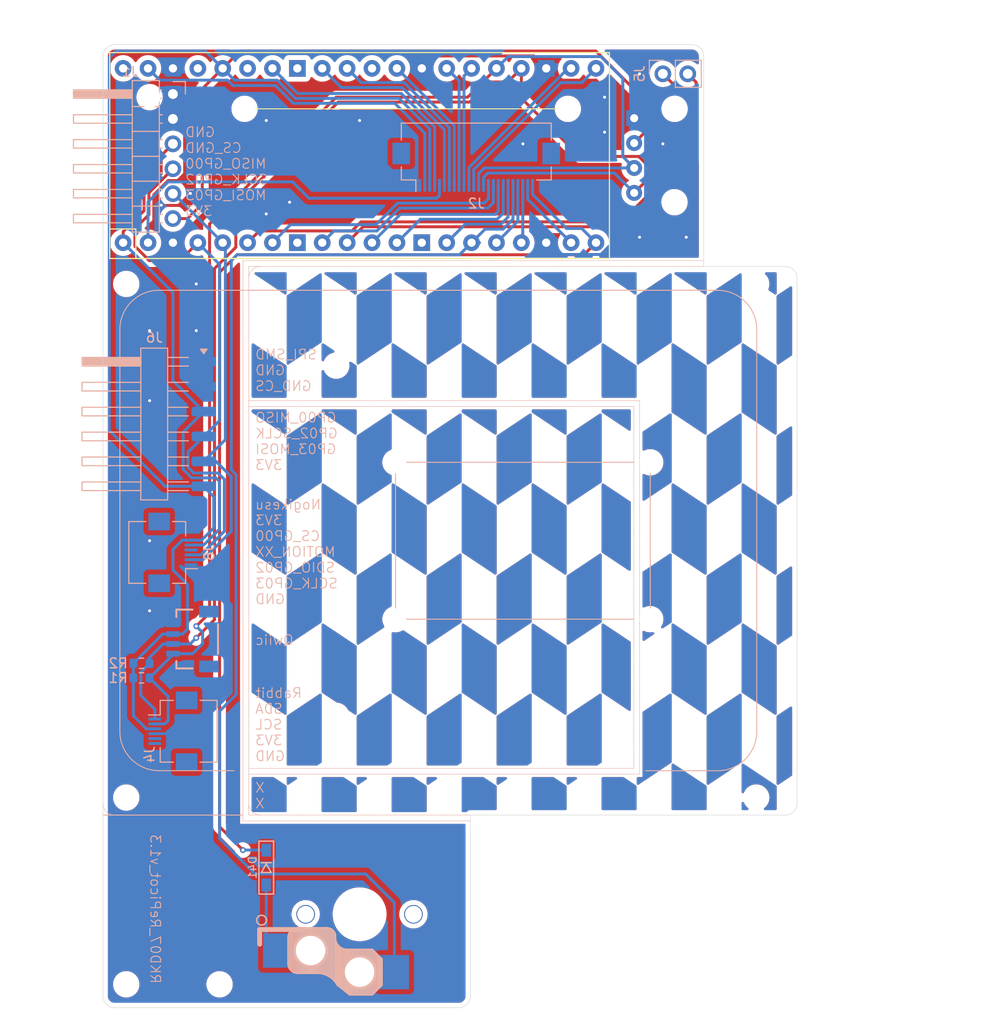
<source format=kicad_pcb>
(kicad_pcb (version 20241229) (generator "pcbnew") (generator_version "9.0")
  (layers (0 "F.Cu" signal) (2 "B.Cu" signal) (13 "F.Paste" user) (15 "B.Paste" user) (5 "F.SilkS" user "F.Silkscreen") (7 "B.SilkS" user "B.Silkscreen") (1 "F.Mask" user) (3 "B.Mask" user) (25 "Edge.Cuts" user))
  (net 0 "")
  (net 1 "VCC")
  (net 2 "GND")
  (net 3 "3V3")
  (net 13 "ROW4_L")
  (net 14 "COL9_L")
  (net 15 "SDA{slash}SCK_L")
  (net 16 "COL4_L")
  (net 17 "COL10_L")
  (net 18 "ROW1_L")
  (net 19 "COL2_L")
  (net 20 "ROW3_L")
  (net 21 "COL13_L")
  (net 22 "COL8_L")
  (net 23 "COL0_L")
  (net 24 "ROW0_L")
  (net 25 "COL6_L")
  (net 26 "COL3_L")
  (net 27 "COL7_L")
  (net 28 "COL5_L")
  (net 29 "COL1_L")
  (net 30 "SCL{slash}TX_L")
  (net 31 "ROW2_L")
  (net 32 "COL12_L")
  (net 33 "COL11_L")
  (net 34 "GP04")
  (net 35 "GP07")
  (net 36 "Net-(D41-A)")
  (net 38 "GP02_SCLK")
  (net 39 "GP00_MISO")
  (net 40 "GP03_MOSI")
  (footprint "kbd_Hole:m2_Screw_Hole" (layer "F.Cu") (at 145.25625 52.3875)
    (property "Reference" "Ref**")
    (property "Value" "Val**")
  )
  (footprint "Rikkodo_FootPrint:rkd_cutdot_no_edgecut" (layer "F.Cu") (at 97.631152 106.858494)
    (property "Reference" "REF**" (hide yes))
    (property "Value" "rkd_cutdot_no_edgecut" (hide yes))
  )
  (footprint "Rikkodo_FootPrint:rkd_cutdot_no_edgecut_1_2" (layer "F.Cu") (at 115.788184 106.858504)
    (property "Reference" "REF**" (hide yes))
    (property "Value" "rkd_cutdot_no_edgecut_1_2" (hide yes))
  )
  (footprint "Rikkodo_FootPrint:rkd_cutdot_no_edgecut_L" (layer "F.Cu") (at 133.052346 64.591238 180)
    (property "Reference" "REF**" (hide yes))
    (property "Value" "rkd_cutdot_no_edgecut_L" (hide yes))
  )
  (footprint "kbd_Hole:m2_Screw_Hole" (layer "F.Cu") (at 80.9625 123.825)
    (property "Reference" "Ref**")
    (property "Value" "Val**")
  )
  (footprint "Rikkodo_FootPrint:rkd_cutdot_no_edgecut_1_2" (layer "F.Cu") (at 131.861608 102.096008)
    (property "Reference" "REF**" (hide yes))
    (property "Value" "rkd_cutdot_no_edgecut_1_2" (hide yes))
  )
  (footprint "Rikkodo_FootPrint:rkd_cutdot_no_edgecut_8" (layer "F.Cu") (at 117.276464 64.591352)
    (property "Reference" "REF**" (hide yes))
    (property "Value" "rkd_cutdot_no_edgecut_8" (hide yes))
  )
  (footprint "Rikkodo_FootPrint:rkd_cutdot_no_edgecut_8" (layer "F.Cu") (at 103.584517 106.857783)
    (property "Reference" "REF**" (hide yes))
    (property "Value" "rkd_cutdot_no_edgecut_8" (hide yes))
  )
  (footprint "Rikkodo_FootPrint:rkd_cutdot_no_edgecut" (layer "F.Cu") (at 126.206128 50.303746 180)
    (property "Reference" "REF**" (hide yes))
    (property "Value" "rkd_cutdot_no_edgecut" (hide yes))
  )
  (footprint "Rikkodo_FootPrint:rkd_cutdot_no_edgecut_8" (layer "F.Cu") (at 113.109491 50.304458)
    (property "Reference" "REF**" (hide yes))
    (property "Value" "rkd_cutdot_no_edgecut_8" (hide yes))
  )
  (footprint "Rikkodo_FootPrint:rkd_cutdot_no_edgecut_8" (layer "F.Cu") (at 107.751472 64.591352)
    (property "Reference" "REF**" (hide yes))
    (property "Value" "rkd_cutdot_no_edgecut_8" (hide yes))
  )
  (footprint "kbd_Hole:m2_Screw_Hole" (layer "F.Cu") (at 80.9625 52.3875)
    (property "Reference" "Ref**")
    (property "Value" "Val**")
  )
  (footprint "Rikkodo_FootPrint:rkd_cutdot_no_edgecut" (layer "F.Cu") (at 133.052232 71.43744 90)
    (property "Reference" "REF**" (hide yes))
    (property "Value" "rkd_cutdot_no_edgecut" (hide yes))
  )
  (footprint "Rikkodo_FootPrint:rkd_cutdot_no_edgecut" (layer "F.Cu") (at 95.24992 50.303864 180)
    (property "Reference" "REF**" (hide yes))
    (property "Value" "rkd_cutdot_no_edgecut" (hide yes))
  )
  (footprint "kbd_Hole:m2_Screw_Hole" (layer "F.Cu") (at 102.393644 60.722025)
    (property "Reference" "Ref**")
    (property "Value" "Val**")
  )
  (footprint "kbd_Hole:m2_Screw_Hole" (layer "F.Cu") (at 136.92199 34.528151)
    (property "Reference" "Ref**")
    (property "Value" "Val**")
  )
  (footprint "kbd_Hole:m2_Screw_Hole" (layer "F.Cu") (at 136.92199 44.053159)
    (property "Reference" "Ref**")
    (property "Value" "Val**")
  )
  (footprint "Rikkodo_FootPrint:rkd_cutdot_no_edgecut_L" (layer "F.Cu") (at 133.052346 102.095894 90)
    (property "Reference" "REF**" (hide yes))
    (property "Value" "rkd_cutdot_no_edgecut_L" (hide yes))
  )
  (footprint "Rikkodo_FootPrint:rkd_cutdot_no_edgecut_8" (layer "F.Cu") (at 133.052232 77.39056 90)
    (property "Reference" "REF**" (hide yes))
    (property "Value" "rkd_cutdot_no_edgecut_8" (hide yes))
  )
  (footprint "kbd_Hole:m2_Screw_Hole" (layer "F.Cu") (at 83.34375 33.337532)
    (property "Reference" "Ref**")
    (property "Value" "Val**")
  )
  (footprint "Rikkodo_FootPrint:rkd_cutdot_no_edgecut" (layer "F.Cu") (at 93.166312 100.012406 90)
    (property "Reference" "REF**" (hide yes))
    (property "Value" "rkd_cutdot_no_edgecut" (hide yes))
  )
  (footprint "Rikkodo_FootPrint:rkd_cutdot_no_edgecut_8" (layer "F.Cu") (at 133.052232 86.915552 90)
    (property "Reference" "REF**" (hide yes))
    (property "Value" "rkd_cutdot_no_edgecut_8" (hide yes))
  )
  (footprint "Rikkodo_FootPrint:rkd_cutdot_no_edgecut_1_2" (layer "F.Cu") (at 131.861608 64.591352)
    (property "Reference" "REF**" (hide yes))
    (property "Value" "rkd_cutdot_no_edgecut_1_2" (hide yes))
  )
  (footprint "Rikkodo_FootPrint:rkd_cutdot_no_edgecut_32" (layer "F.Cu") (at 93.166198 79.77157 90)
    (property "Reference" "REF**" (hide yes))
    (property "Value" "rkd_cutdot_no_edgecut_32" (hide yes))
  )
  (footprint "Rikkodo_FootPrint:rkd_cutdot_no_edgecut_8" (layer "F.Cu") (at 107.751472 102.096008)
    (property "Reference" "REF**" (hide yes))
    (property "Value" "rkd_cutdot_no_edgecut_8" (hide yes))
  )
  (footprint "Rikkodo_FootPrint:rkd_cutdot_no_edgecut_8" (layer "F.Cu") (at 126.801456 102.096008)
    (property "Reference" "REF**" (hide yes))
    (property "Value" "rkd_cutdot_no_edgecut_8" (hide yes))
  )
  (footprint "Rikkodo_FootPrint:rkd_cutdot_no_edgecut_8" (layer "F.Cu") (at 103.584499 50.304458)
    (property "Reference" "REF**" (hide yes))
    (property "Value" "rkd_cutdot_no_edgecut_8" (hide yes))
  )
  (footprint "Rikkodo_FootPrint:rkd_cutdot_no_edgecut_8" (layer "F.Cu") (at 132.159248 50.303746)
    (property "Reference" "REF**" (hide yes))
    (property "Value" "rkd_cutdot_no_edgecut_8" (hide yes))
  )
  (footprint "Rikkodo_FootPrint:rkd_cutdot_no_edgecut" (layer "F.Cu") (at 97.631168 50.303864)
    (property "Reference" "REF**" (hide yes))
    (property "Value" "rkd_cutdot_no_edgecut" (hide yes))
  )
  (footprint "Rikkodo_FootPrint:rkd_cutdot_no_edgecut" (layer "F.Cu") (at 123.82488 50.303746 180)
    (property "Reference" "REF**" (hide yes))
    (property "Value" "rkd_cutdot_no_edgecut" (hide yes))
  )
  (footprint "Rikkodo_FootPrint:rkd_RPi_Pico_TH_NODBG" (layer "F.Cu") (at 104.775 39.290625 90)
    (property "Reference" "U1" (hide yes))
    (property "Value" "Pico")
  )
  (footprint "kbd_Hole:m2_Screw_Hole" (layer "F.Cu") (at 90.4875 123.825)
    (property "Reference" "Ref**")
    (property "Value" "Val**")
  )
  (footprint "kbd_Hole:m2_Screw_Hole" (layer "F.Cu") (at 145.25625 104.775)
    (property "Reference" "Ref**")
    (property "Value" "Val**")
  )
  (footprint "Rikkodo_FootPrint:rkd_cutdot_no_edgecut" (layer "F.Cu") (at 93.165956 57.150172 90)
    (property "Reference" "REF**" (hide yes))
    (property "Value" "rkd_cutdot_no_edgecut" (hide yes))
  )
  (footprint "Rikkodo_FootPrint:rkd_cutdot_no_edgecut" (layer "F.Cu") (at 109.537408 106.858504)
    (property "Reference" "REF**" (hide yes))
    (property "Value" "rkd_cutdot_no_edgecut" (hide yes))
  )
  (footprint "kbd_Hole:m2_Screw_Hole" (layer "F.Cu") (at 80.9625 104.775)
    (property "Reference" "Ref**")
    (property "Value" "Val**")
  )
  (footprint "Rikkodo_FootPrint:rkd_cutdot_no_edgecut" (layer "F.Cu") (at 93.165956 54.768924 90)
    (property "Reference" "REF**" (hide yes))
    (property "Value" "rkd_cutdot_no_edgecut" (hide yes))
  )
  (footprint "Rikkodo_FootPrint:rkd_cutdot_no_edgecut" (layer "F.Cu") (at 93.165956 59.53096 90)
    (property "Reference" "REF**" (hide yes))
    (property "Value" "rkd_cutdot_no_edgecut" (hide yes))
  )
  (footprint "Rikkodo_FootPrint:rkd_cutdot_no_edgecut" (layer "F.Cu") (at 133.052232 66.674944 90)
    (property "Reference" "REF**" (hide yes))
    (property "Value" "rkd_cutdot_no_edgecut" (hide yes))
  )
  (footprint "Rikkodo_FootPrint:rkd_cutdot_no_edgecut" (layer "F.Cu") (at 111.918656 106.858504)
    (property "Reference" "REF**" (hide yes))
    (property "Value" "rkd_cutdot_no_edgecut" (hide yes))
  )
  (footprint "BrownSugar_KBD:OLED_center_display" (layer "F.Cu") (at 114.3 39.290625 90)
    (property "Reference" "OL1")
    (property "Value" "OLED")
  )
  (footprint "Rikkodo_FootPrint:rkd_cutdot_no_edgecut_8" (layer "F.Cu") (at 98.22648 64.591352)
    (property "Reference" "REF**" (hide yes))
    (property "Value" "rkd_cutdot_no_edgecut_8" (hide yes))
  )
  (footprint "Rikkodo_FootPrint:rkd_cutdot_no_edgecut" (layer "F.Cu") (at 119.062154 50.30339 180)
    (property "Reference" "REF**" (hide yes))
    (property "Value" "rkd_cutdot_no_edgecut" (hide yes))
  )
  (footprint "Rikkodo_FootPrint:rkd_Asm_ChocV1V2_Hotswap_1u" (layer "F.Cu") (at 104.775 116.68125)
    (property "Reference" "SW41" (hide yes))
    (property "Value" "SW_Push" (hide yes))
  )
  (footprint "kbd_Parts:Diode_SMD" (layer "F.Cu") (at 95.25 111.91875 -90)
    (property "Reference" "D41")
    (property "Value" "D" (hide yes))
  )
  (footprint "Rikkodo_FootPrint:rkd_cutdot_no_edgecut_L" (layer "F.Cu") (at 93.166214 50.30375 -90)
    (property "Reference" "REF**" (hide yes))
    (property "Value" "rkd_cutdot_no_edgecut_L" (hide yes))
  )
  (footprint "Rikkodo_FootPrint:rkd_cutdot_no_edgecut" (layer "F.Cu") (at 138.112384 50.303864)
    (property "Reference" "REF**" (hide yes))
    (property "Value" "rkd_cutdot_no_edgecut" (hide yes))
  )
  (footprint "Rikkodo_FootPrint:rkd_cutdot_no_edgecut_1_2" (layer "F.Cu") (at 139.600664 50.303864)
    (property "Reference" "REF**" (hide yes))
    (property "Value" "rkd_cutdot_no_edgecut_1_2" (hide yes))
  )
  (footprint "Rikkodo_FootPrint:rkd_cutdot_no_edgecut" (layer "F.Cu") (at 93.166312 52.387544 90)
    (property "Reference" "REF**" (hide yes))
    (property "Value" "rkd_cutdot_no_edgecut" (hide yes))
  )
  (footprint "Rikkodo_FootPrint:rkd_cutdot_no_edgecut_8" (layer "F.Cu") (at 98.22648 102.096008)
    (property "Reference" "REF**" (hide yes))
    (property "Value" "rkd_cutdot_no_edgecut_8" (hide yes))
  )
  (footprint "Rikkodo_FootPrint:rkd_cutdot_no_edgecut" (layer "F.Cu") (at 133.052232 69.056192 90)
    (property "Reference" "REF**" (hide yes))
    (property "Value" "rkd_cutdot_no_edgecut" (hide yes))
  )
  (footprint "Rikkodo_FootPrint:rkd_cutdot_no_edgecut_8" (layer "F.Cu") (at 117.276464 102.096008)
    (property "Reference" "REF**" (hide yes))
    (property "Value" "rkd_cutdot_no_edgecut_8" (hide yes))
  )
  (footprint "Rikkodo_FootPrint:rkd_cutdot_no_edgecut" (layer "F.Cu") (at 121.443632 50.303746 180)
    (property "Reference" "REF**" (hide yes))
    (property "Value" "rkd_cutdot_no_edgecut" (hide yes))
  )
  (footprint "Rikkodo_FootPrint:rkd_unified_wid_BTM" (layer "F.Cu") (at 109.5375 34.528125)
    (property "Reference" "UnifiedW**" (hide yes))
    (property "Value" "rkd_unified_wid_BTM" (hide yes))
  )
  (footprint "Rikkodo_FootPrint:rkd_cutdot_no_edgecut" (layer "F.Cu") (at 93.166312 102.393654 90)
    (property "Reference" "REF**" (hide yes))
    (property "Value" "rkd_cutdot_no_edgecut" (hide yes))
  )
  (footprint "Rikkodo_FootPrint:rkd_cutdot_no_edgecut" (layer "F.Cu") (at 93.166312 104.774902 90)
    (property "Reference" "REF**" (hide yes))
    (property "Value" "rkd_cutdot_no_edgecut" (hide yes))
  )
  (footprint "Rikkodo_FootPrint:rkd_cutdot_no_edgecut_8" (layer "F.Cu") (at 133.052232 96.440544 90)
    (property "Reference" "REF**" (hide yes))
    (property "Value" "rkd_cutdot_no_edgecut_8" (hide yes))
  )
  (footprint "Rikkodo_FootPrint:rkd_cutdot_no_edgecut" (layer "F.Cu") (at 114.299904 106.858504)
    (property "Reference" "REF**" (hide yes))
    (property "Value" "rkd_cutdot_no_edgecut" (hide yes))
  )
  (footprint "kbd_Hole:m2_Screw_Hole" (layer "F.Cu") (at 102.393988 96.440804)
    (property "Reference" "Ref**")
    (property "Value" "Val**")
  )
  (footprint "Rikkodo_FootPrint:rkd_cutdot_no_edgecut_8" (layer "F.Cu") (at 126.801456 64.591352)
    (property "Reference" "REF**" (hide yes))
    (property "Value" "rkd_cutdot_no_edgecut_8" (hide yes))
  )
  (footprint "Rikkodo_FootPrint:rkd_cutdot_no_edgecut_L" (layer "F.Cu") (at 93.166214 106.858619)
    (property "Reference" "REF**" (hide yes))
    (property "Value" "rkd_cutdot_no_edgecut_L" (hide yes))
  )
  (footprint "Rikkodo_FootPrint:rkd_cutdot_no_edgecut" (layer "F.Cu") (at 95.249904 106.858494)
    (property "Reference" "REF**" (hide yes))
    (property "Value" "rkd_cutdot_no_edgecut" (hide yes))
  )
  (footprint "Connector_PinHeader_2.54mm:PinHeader_1x02_P2.54mm_Vertical" (layer "B.Cu") (at 135.73125 30.95625 -90)
    (property "Reference" "J5")
    (property "Value" "Conn_01x02_Socket")
  )
  (footprint "Resistor_SMD:R_0603_1608Metric" (layer "B.Cu") (at 82.51875 92.571016)
    (property "Reference" "R1")
    (property "Value" "1kΩ")
  )
  (footprint "Connector_FFC-FPC:Hirose_FH12-6S-0.5SH_1x06-1MP_P0.50mm_Horizontal" (layer "B.Cu") (at 85.725 79.771875 90)
    (property "Reference" "J8")
    (property "Value" "Conn_01x06")
  )
  (footprint "Connector_PinHeader_2.54mm:PinHeader_1x06_P2.54mm_Horizontal" (layer "B.Cu") (at 85.725 33.02 180)
    (property "Reference" "J1")
    (property "Value" "Conn_01x06")
  )
  (footprint "SparkFun-Connector:JST_SMD_1.0mm-4_Black" (layer "B.Cu") (at 85.725 88.60625 -90)
    (property "Reference" "J3")
    (property "Value" "Qwiic_RA")
  )
  (footprint "DreaM117er-keebLibrary:Hirose_FH12-6S-0.5SH_1x06-1MP_P0.50mm_Horizontal" (layer "B.Cu") (at 85.725 98.0125 -90)
    (property "Reference" "J4")
    (property "Value" "Conn_01x06")
  )
  (footprint "Connector_Harwin:Harwin_M20-89006xx_1x06_P2.54mm_Horizontal" (layer "B.Cu") (at 83.34375 66.675 180)
    (property "Reference" "J6")
    (property "Value" "Conn_01x06")
  )
  (footprint "Resistor_SMD:R_0603_1608Metric" (layer "B.Cu") (at 82.51875 91.082736)
    (property "Reference" "R2")
    (property "Value" "1kΩ")
  )
  (footprint "Connector_FFC-FPC:Hirose_FH12-24S-0.5SH_1x24-1MP_P0.50mm_Horizontal" (layer "B.Cu") (at 116.68125 40.48125)
    (property "Reference" "J2")
    (property "Value" "Conn_01x24")
  )
  (footprint "Rikkodo_FootPrint:rkd_sumi_foot" (layer "B.Cu") (at 121.443852 78.581316)
    (property "Reference" "REF**" (hide yes))
    (property "Value" "rkd_sumi_foot" (hide yes))
  )
  (gr_arc (start 94.654609 106.560849) (mid 93.812675 106.212158) (end 93.463984 105.370224) (stroke (width 0.05)) (layer "B.SilkS"))
  (gr_arc (start 84.311814 102.032873) (mid 81.483387 100.8613) (end 80.311814 98.032873) (stroke (width 0.1)) (layer "B.SilkS"))
  (gr_arc (start 145.31 98.04) (mid 144.138427 100.868427) (end 141.31 102.04) (stroke (width 0.1)) (layer "B.SilkS"))
  (gr_line (start 92.868672 106.561027) (end 78.581316 106.561027) (stroke (width 0.1)) (layer "B.SilkS"))
  (gr_arc (start 79.77185 106.560875) (mid 78.92995 106.212149) (end 78.581224 105.370249) (stroke (width 0.05)) (layer "B.SilkS"))
  (gr_line (start 84.3118 102.032873) (end 91.975704 102.032873) (stroke (width 0.1)) (layer "B.SilkS"))
  (gr_arc (start 80.311814 57.032873) (mid 81.483397 54.204468) (end 84.311814 53.032873) (stroke (width 0.1)) (layer "B.SilkS"))
  (gr_line (start 133.945425 102.04) (end 141.29 102.04) (stroke (width 0.1)) (layer "B.SilkS"))
  (gr_line (start 145.311814 57.032873) (end 145.311814 98.032873) (stroke (width 0.1)) (layer "B.SilkS"))
  (gr_arc (start 93.464 51.804791) (mid 93.808212 50.954713) (end 94.654583 50.601487) (stroke (width 0.05)) (layer "B.SilkS"))
  (gr_line (start 84.311814 53.032873) (end 141.311815 53.032874) (stroke (width 0.1)) (layer "B.SilkS"))
  (gr_line (start 80.311814 98.032873) (end 80.311814 57.032873) (stroke (width 0.1)) (layer "B.SilkS"))
  (gr_arc (start 141.311815 53.032874) (mid 144.140241 54.20445) (end 145.311814 57.032873) (stroke (width 0.1)) (layer "B.SilkS"))
  (gr_arc (start 149.42367 105.370529) (mid 149.070442 106.216896) (end 148.220367 106.561103) (stroke (width 0.05)) (layer "Edge.Cuts"))
  (gr_line (start 79.771875 27.979708) (end 138.707929 27.979708) (stroke (width 0.05)) (layer "Edge.Cuts"))
  (gr_arc (start 138.707929 27.979686) (mid 139.549832 28.328418) (end 139.898577 29.170311) (stroke (width 0.05)) (layer "Edge.Cuts"))
  (gr_arc (start 78.581392 29.170409) (mid 78.930113 28.328529) (end 79.772017 27.979784) (stroke (width 0.05)) (layer "Edge.Cuts"))
  (gr_line (start 114.895418 126.20625) (end 79.771942 126.206251) (stroke (width 0.05)) (layer "Edge.Cuts"))
  (gr_arc (start 148.232963 50.601615) (mid 149.074842 50.950359) (end 149.423587 51.792239) (stroke (width 0.05)) (layer "Edge.Cuts"))
  (gr_line (start 148.219997 106.5611) (end 116.086035 106.561027) (stroke (width 0.05)) (layer "Edge.Cuts"))
  (gr_line (start 139.898574 29.160641) (end 139.898555 50.601605) (stroke (width 0.05)) (layer "Edge.Cuts"))
  (gr_arc (start 79.771942 126.206251) (mid 78.930042 125.857525) (end 78.581316 125.015625) (stroke (width 0.05)) (layer "Edge.Cuts"))
  (gr_line (start 149.422426 51.792686) (end 149.423563 105.370401) (stroke (width 0.05)) (layer "Edge.Cuts"))
  (gr_line (start 139.898555 50.601605) (end 148.232963 50.601605) (stroke (width 0.05)) (layer "Edge.Cuts"))
  (gr_line (start 116.086035 106.561027) (end 116.086036 125.019964) (stroke (width 0.05)) (layer "Edge.Cuts"))
  (gr_line (start 78.581314 29.170409) (end 78.581316 125.015625) (stroke (width 0.05)) (layer "Edge.Cuts"))
  (gr_arc (start 116.086044 125.015625) (mid 115.73731 125.857516) (end 114.895418 126.206251) (stroke (width 0.05)) (layer "Edge.Cuts"))
  (gr_text "Qwiic" (at 94.059375 89.296875 0) (layer "B.SilkS") (effects (font (size 1 1) (thickness 0.1)) (justify right bottom mirror)))
  (gr_text "SPI_SMD\nGND\nGND_CS\n\nGP00_MISO\nGP02_SCLK\nGP03_MOSI\n3V3" (at 94.059375 71.4375 0) (layer "B.SilkS") (effects (font (size 1 1) (thickness 0.1)) (justify right bottom mirror)))
  (gr_text "RKD07_RePicot_v1.3" (at 83.34375 123.825 270) (layer "B.SilkS") (effects (font (size 1 1) (thickness 0.1)) (justify left bottom mirror)))
  (gr_text "Rabbit\nSDA\nSCL\n3V3\nGND\n\nX\nX" (at 94.059454 105.965714 0) (layer "B.SilkS") (effects (font (size 1 1) (thickness 0.1)) (justify right bottom mirror)))
  (gr_text "Nogikesu\n3V3\nCS_GP00\nMOTION_XX\nSDIO_GP02\nSCLK_GP03\nGND" (at 94.059454 85.129759 0) (layer "B.SilkS") (effects (font (size 1 1) (thickness 0.1)) (justify right bottom mirror)))
  (gr_text "GND\nCS_GND\nMISO_GP00\nSCLK_GP02\nMOSI_GP03\n3V3" (at 86.915552 45.541368 0) (layer "B.SilkS") (effects (font (size 1 1) (thickness 0.1)) (justify right bottom mirror)))
  (segment (start 83.64148 30.400657) (end 83.64148 30.93648) (width 0.3) (layer "F.Cu") (net 1))
  (segment (start 91.29748 31.601625) (end 84.386 31.601625) (width 0.3) (layer "B.Cu") (net 1))
  (segment (start 111.43125 42.33125) (end 111.43125 37.017125) (width 0.3) (layer "B.Cu") (net 1))
  (segment (start 108.377674 33.963549) (end 98.019125 33.963549) (width 0.3) (layer "B.Cu") (net 1))
  (segment (start 84.386 31.601625) (end 83.185 30.400625) (width 0.3) (layer "B.Cu") (net 1))
  (segment (start 91.842757 32.146902) (end 91.29748 31.601625) (width 0.3) (layer "B.Cu") (net 1))
  (segment (start 96.202478 32.146902) (end 91.842757 32.146902) (width 0.3) (layer "B.Cu") (net 1))
  (segment (start 111.43125 37.017125) (end 108.377674 33.963549) (width 0.3) (layer "B.Cu") (net 1))
  (segment (start 98.019125 33.963549) (end 96.202478 32.146902) (width 0.3) (layer "B.Cu") (net 1))
  (segment (start 112.393917 29.131708) (end 122.556083 29.131708) (width 0.3) (layer "F.Cu") (net 2))
  (segment (start 122.556083 29.131708) (end 123.825 30.400625) (width 0.3) (layer "F.Cu") (net 2))
  (segment (start 83.777385 43.296135) (end 83.777385 46.23301) (width 0.3) (layer "F.Cu") (net 2))
  (segment (start 128.921 31.601625) (end 132.8 35.480625) (width 0.3) (layer "F.Cu") (net 2))
  (segment (start 84.56456 44.381) (end 86.289984 44.381) (width 0.3) (layer "F.Cu") (net 2))
  (segment (start 86.926 41.137471) (end 86.222471 41.841) (width 0.3) (layer "F.Cu") (net 2))
  (segment (start 86.222471 41.841) (end 85.23252 41.841) (width 0.3) (layer "F.Cu") (net 2))
  (segment (start 86.289984 44.381) (end 87.510864 43.16012) (width 0.3) (layer "F.Cu") (net 2))
  (segment (start 85.725 33.02) (end 85.725 30.400625) (width 0.3) (layer "F.Cu") (net 2))
  (segment (start 85.23252 41.841) (end 83.777385 43.296135) (width 0.3) (layer "F.Cu") (net 2))
  (segment (start 85.725 33.02) (end 85.725 35.56) (width 0.3) (layer "F.Cu") (net 2))
  (segment (start 84.534304 44.350744) (end 84.56456 44.381) (width 0.3) (layer "F.Cu") (net 2))
  (segment (start 83.777385 46.23301) (end 85.725 48.180625) (width 0.3) (layer "F.Cu") (net 2))
  (segment (start 86.926 36.761) (end 86.926 41.137471) (width 0.3) (layer "F.Cu") (net 2))
  (segment (start 111.125 30.400625) (end 112.393917 29.131708) (width 0.3) (layer "F.Cu") (net 2))
  (segment (start 125.026 31.601625) (end 128.921 31.601625) (width 0.3) (layer "F.Cu") (net 2))
  (segment (start 85.725 35.56) (end 86.926 36.761) (width 0.3) (layer "F.Cu") (net 2))
  (segment (start 123.825 30.400625) (end 125.026 31.601625) (width 0.3) (layer "F.Cu") (net 2))
  (via (at 88.10625 52.3875) (size 0.6) (drill 0.3) (layers "F.Cu" "B.Cu") (net 2))
  (via (at 88.10625 57.15) (size 0.6) (drill 0.3) (layers "F.Cu" "B.Cu") (net 2))
  (via (at 129.778125 36.909375) (size 0.6) (drill 0.3) (layers "F.Cu" "B.Cu") (net 2))
  (via (at 83.34375 78.58125) (size 0.6) (drill 0.3) (layers "F.Cu" "B.Cu") (net 2))
  (via (at 129.778125 33.3375) (size 0.6) (drill 0.3) (layers "F.Cu" "B.Cu") (net 2))
  (via (at 133.35 47.625) (size 0.6) (drill 0.3) (layers "F.Cu" "B.Cu") (net 2))
  (via (at 95.25 35.71875) (size 0.6) (drill 0.3) (layers "F.Cu" "B.Cu") (net 2))
  (via (at 138.1125 47.625) (size 0.6) (drill 0.3) (layers "F.Cu" "B.Cu") (net 2))
  (via (at 135.73125 38.1) (size 0.6) (drill 0.3) (layers "F.Cu" "B.Cu") (net 2))
  (via (at 104.775 35.71875) (size 0.6) (drill 0.3) (layers "F.Cu" "B.Cu") (net 2))
  (via (at 87.510864 43.16012) (size 0.6) (drill 0.3) (layers "F.Cu" "B.Cu") (net 2))
  (via (at 121.44375 38.1) (size 0.6) (drill 0.3) (layers "F.Cu" "B.Cu") (net 2))
  (via (at 95.25 45.24375) (size 0.6) (drill 0.3) (layers "F.Cu" "B.Cu") (net 2))
  (via (at 83.34375 64.29375) (size 0.6) (drill 0.3) (layers "F.Cu" "B.Cu") (net 2))
  (via (at 83.34375 85.725) (size 0.6) (drill 0.3) (layers "F.Cu" "B.Cu") (net 2))
  (via (at 83.34375 57.15) (size 0.6) (drill 0.3) (layers "F.Cu" "B.Cu") (net 2))
  (via (at 133.35 30.95625) (size 0.6) (drill 0.3) (layers "F.Cu" "B.Cu") (net 2))
  (via (at 97.63125 44.053125) (size 0.6) (drill 0.3) (layers "F.Cu" "B.Cu") (net 2))
  (via (at 84.534304 44.350744) (size 0.6) (drill 0.3) (layers "F.Cu" "B.Cu") (net 2))
  (segment (start 83.875 98.2625) (end 87.474844 98.2625) (width 0.3) (layer "B.Cu") (net 2))
  (segment (start 91.678202 94.059142) (end 91.678202 85.125077) (width 0.3) (layer "B.Cu") (net 2))
  (segment (start 88.86875 60.325) (end 88.86875 62.865) (width 0.5) (layer "B.Cu") (net 2))
  (segment (start 129.402471 49.381625) (end 125.025999 49.381625) (width 0.3) (layer "B.Cu") (net 2))
  (segment (start 109.57925 42.33125) (end 106.52825 39.28025) (width 0.3) (layer "B.Cu") (net 2))
  (segment (start 87.80852 33.019968) (end 87.808488 33.02) (width 0.3) (layer "B.Cu") (net 2))
  (segment (start 133.961 36.641625) (end 133.961 44.823096) (width 0.3) (layer "B.Cu") (net 2))
  (segment (start 110.93125 42.33125) (end 109.57925 42.33125) (width 0.3) (layer "B.Cu") (net 2))
  (segment (start 106.52825 39.28025) (end 94.068802 39.28025) (width 0.3) (layer "B.Cu") (net 2))
  (segment (start 132.8 35.480625) (end 133.961 36.641625) (width 0.3) (layer "B.Cu") (net 2))
  (segment (start 133.961 44.823096) (end 129.402471 49.381625) (width 0.3) (layer "B.Cu") (net 2))
  (segment (start 87.808488 33.02) (end 85.725 33.02) (width 0.3) (layer "B.Cu") (net 2))
  (segment (start 94.068802 39.28025) (end 87.80852 33.019968) (width 0.3) (layer "B.Cu") (net 2))
  (segment (start 87.474844 98.2625) (end 91.678202 94.059142) (width 0.3) (layer "B.Cu") (net 2))
  (segment (start 125.025999 49.381625) (end 123.825 48.180625) (width 0.3) (layer "B.Cu") (net 2))
  (segment (start 91.678202 85.125077) (end 87.575 81.021875) (width 0.3) (layer "B.Cu") (net 2))
  (segment (start 132.8 38.020625) (end 133.961 36.859625) (width 0.3) (layer "F.Cu") (net 3))
  (segment (start 85.725 45.72) (end 87.219242 45.72) (width 0.3) (layer "F.Cu") (net 3))
  (segment (start 133.961 33.70666) (end 128.885048 28.630708) (width 0.3) (layer "F.Cu") (net 3))
  (segment (start 87.219242 45.72) (end 88.72148 44.217762) (width 0.3) (layer "F.Cu") (net 3))
  (segment (start 88.72148 44.217762) (end 88.72148 32.484145) (width 0.3) (layer "F.Cu") (net 3))
  (segment (start 92.574917 28.630708) (end 128.885048 28.630708) (width 0.3) (layer "F.Cu") (net 3))
  (segment (start 133.961 36.859625) (end 133.961 33.70666) (width 0.3) (layer "F.Cu") (net 3))
  (segment (start 90.805 30.400625) (end 92.574917 28.630708) (width 0.3) (layer "F.Cu") (net 3))
  (segment (start 88.72148 32.484145) (end 90.805 30.400625) (width 0.3) (layer "F.Cu") (net 3))
  (segment (start 85.725 88.10625) (end 86.7 88.10625) (width 0.3) (layer "B.Cu") (net 3))
  (segment (start 92.012595 31.60822) (end 96.384075 31.60822) (width 0.3) (layer "B.Cu") (net 3))
  (segment (start 89.892263 74.079763) (end 88.86875 73.05625) (width 0.3) (layer "B.Cu") (net 3))
  (segment (start 85.724928 79.474152) (end 86.678205 78.520875) (width 0.3) (layer "B.Cu") (net 3))
  (segment (start 88.64773 78.521875) (end 89.892263 77.277342) (width 0.3) (layer "B.Cu") (net 3))
  (segment (start 88.86875 73.025) (end 84.93125 73.025) (width 0.3) (layer "B.Cu") (net 3))
  (segment (start 83.015625 97.7625) (end 81.69375 96.440625) (width 0.3) (layer "B.Cu") (net 3))
  (segment (start 81.69375 91.082736) (end 84.670236 88.10625) (width 0.3) (layer "B.Cu") (net 3))
  (segment (start 87.213208 83.046024) (end 85.724928 81.557744) (width 0.3) (layer "B.Cu") (net 3))
  (segment (start 87.575 78.521875) (end 88.64773 78.521875) (width 0.3) (layer "B.Cu") (net 3))
  (segment (start 89.035083 28.630708) (end 90.805 30.400625) (width 0.3) (layer "B.Cu") (net 3))
  (segment (start 84.93125 73.025) (end 79.232314 67.326064) (width 0.3) (layer "B.Cu") (net 3))
  (segment (start 108.812844 33.462549) (end 98.226645 33.462549) (width 0.3) (layer "B.Cu") (net 3))
  (segment (start 83.875 97.7625) (end 83.015625 97.7625) (width 0.3) (layer "B.Cu") (net 3))
  (segment (start 81.69375 96.440625) (end 81.69375 92.571016) (width 0.3) (layer "B.Cu") (net 3))
  (segment (start 79.232314 67.326064) (end 79.232314 29.305437) (width 0.3) (layer "B.Cu") (net 3))
  (segment (start 87.213208 87.593042) (end 87.213208 83.046024) (width 0.3) (layer "B.Cu") (net 3))
  (segment (start 90.805 30.400625) (end 92.012595 31.60822) (width 0.3) (layer "B.Cu") (net 3))
  (segment (start 111.93125 36.580955) (end 108.812844 33.462549) (width 0.3) (layer "B.Cu") (net 3))
  (segment (start 96.384075 31.619979) (end 98.226645 33.462549) (width 0.3) (layer "B.Cu") (net 3))
  (segment (start 88.86875 73.05625) (end 88.86875 73.025) (width 0.3) (layer "B.Cu") (net 3))
  (segment (start 84.670236 88.10625) (end 85.725 88.10625) (width 0.3) (layer "B.Cu") (net 3))
  (segment (start 79.907043 28.630708) (end 89.035083 28.630708) (width 0.3) (layer "B.Cu") (net 3))
  (segment (start 79.232314 29.305437) (end 79.907043 28.630708) (width 0.3) (layer "B.Cu") (net 3))
  (segment (start 96.384075 31.60822) (end 96.384075 31.619979) (width 0.3) (layer "B.Cu") (net 3))
  (segment (start 89.892263 77.277342) (end 89.892263 74.079763) (width 0.3) (layer "B.Cu") (net 3))
  (segment (start 81.69375 91.082736) (end 81.69375 92.571016) (width 0.3) (layer "B.Cu") (net 3))
  (segment (start 86.7 88.10625) (end 87.213208 87.593042) (width 0.3) (layer "B.Cu") (net 3))
  (segment (start 85.724928 81.557744) (end 85.724928 79.474152) (width 0.3) (layer "B.Cu") (net 3))
  (segment (start 86.678205 78.520875) (end 87.575 78.520875) (width 0.3) (layer "B.Cu") (net 3))
  (segment (start 111.93125 42.33125) (end 111.93125 36.580955) (width 0.3) (layer "B.Cu") (net 3))
  (segment (start 92.273516 49.410979) (end 127.674646 49.410979) (width 0.3) (layer "F.Cu") (net 13))
  (segment (start 90.4875 51.196995) (end 92.273516 49.410979) (width 0.3) (layer "F.Cu") (net 13))
  (segment (start 90.4875 107.751655) (end 90.4875 51.196995) (width 0.3) (layer "F.Cu") (net 13))
  (segment (start 92.86875 110.132905) (end 90.4875 107.751655) (width 0.3) (layer "F.Cu") (net 13))
  (segment (start 127.674646 49.410979) (end 128.905 48.180625) (width 0.3) (layer "F.Cu") (net 13))
  (via (at 92.86875 110.132905) (size 0.6) (drill 0.3) (layers "F.Cu" "B.Cu") (net 13))
  (segment (start 127.456367 46.731992) (end 128.905 48.180625) (width 0.3) (layer "B.Cu") (net 13))
  (segment (start 122.43125 43.254754) (end 125.908488 46.731992) (width 0.3) (layer "B.Cu") (net 13))
  (segment (start 122.43125 42.33125) (end 122.43125 43.254754) (width 0.3) (layer "B.Cu") (net 13))
  (segment (start 128.280625 48.180625) (end 128.905 48.180625) (width 0.3) (layer "B.Cu") (net 13))
  (segment (start 92.86875 110.132905) (end 95.239155 110.132905) (width 0.3) (layer "B.Cu") (net 13))
  (segment (start 125.908488 46.731992) (end 127.456367 46.731992) (width 0.3) (layer "B.Cu") (net 13))
  (segment (start 95.239155 110.132905) (end 95.25 110.14375) (width 0.3) (layer "B.Cu") (net 13))
  (segment (start 114.93125 42.33125) (end 114.93125 31.666875) (width 0.3) (layer "B.Cu") (net 14))
  (segment (start 114.93125 31.666875) (end 113.665 30.400625) (width 0.3) (layer "B.Cu") (net 14))
  (segment (start 121.285 33.434186) (end 127.235785 39.384971) (width 0.3) (layer "F.Cu") (net 15))
  (segment (start 89.967 86.626609) (end 88.106176 88.487433) (width 0.3) (layer "F.Cu") (net 15))
  (segment (start 121.285 30.400625) (end 119.895937 31.789688) (width 0.3) (layer "F.Cu") (net 15))
  (segment (start 102.60127 33.8385) (end 92.144 44.29577) (width 0.3) (layer "F.Cu") (net 15))
  (segment (start 92.144 44.29577) (end 92.144 48.647288) (width 0.3) (layer "F.Cu") (net 15))
  (segment (start 89.967 50.824288) (end 89.967 86.626609) (width 0.3) (layer "F.Cu") (net 15))
  (segment (start 118.064457 31.789688) (end 116.015645 33.8385) (width 0.3) (layer "F.Cu") (net 15))
  (segment (start 134.337184 41.563441) (end 132.8 43.100625) (width 0.3) (layer "F.Cu") (net 15))
  (segment (start 116.015645 33.8385) (end 102.60127 33.8385) (width 0.3) (layer "F.Cu") (net 15))
  (segment (start 121.285 30.400625) (end 121.285 33.434186) (width 0.3) (layer "F.Cu") (net 15))
  (segment (start 92.144 48.647288) (end 89.967 50.824288) (width 0.3) (layer "F.Cu") (net 15))
  (segment (start 119.895937 31.789688) (end 118.064457 31.789688) (width 0.3) (layer "F.Cu") (net 15))
  (segment (start 127.235785 39.384971) (end 133.266248 39.384971) (width 0.3) (layer "F.Cu") (net 15))
  (segment (start 134.337184 40.455907) (end 134.337184 41.563441) (width 0.3) (layer "F.Cu") (net 15))
  (segment (start 133.266248 39.384971) (end 134.337184 40.455907) (width 0.3) (layer "F.Cu") (net 15))
  (via (at 88.106176 88.487433) (size 0.6) (drill 0.3) (layers "F.Cu" "B.Cu") (net 15))
  (segment (start 117.43125 42.33125) (end 117.43125 41.517054) (width 0.3) (layer "B.Cu") (net 15))
  (segment (start 83.34375 91.082736) (end 82.44475 91.981736) (width 0.3) (layer "B.Cu") (net 15))
  (segment (start 130.775903 41.076528) (end 132.8 43.100625) (width 0.3) (layer "B.Cu") (net 15))
  (segment (start 88.106176 88.487433) (end 87.487359 89.10625) (width 0.3) (layer "B.Cu") (net 15))
  (segment (start 85.725 89.10625) (end 84.725 89.10625) (width 0.3) (layer "B.Cu") (net 15))
  (segment (start 82.44475 94.351) (end 83.875 95.78125) (width 0.3) (layer "B.Cu") (net 15))
  (segment (start 83.34375 90.4875) (end 83.34375 91.082736) (width 0.3) (layer "B.Cu") (net 15))
  (segment (start 83.875 95.78125) (end 83.875 96.7625) (width 0.3) (layer "B.Cu") (net 15))
  (segment (start 82.44475 91.981736) (end 82.44475 94.351) (width 0.3) (layer "B.Cu") (net 15))
  (segment (start 87.487359 89.10625) (end 85.725 89.10625) (width 0.3) (layer "B.Cu") (net 15))
  (segment (start 84.725 89.10625) (end 83.34375 90.4875) (width 0.3) (layer "B.Cu") (net 15))
  (segment (start 117.871776 41.076528) (end 130.775903 41.076528) (width 0.3) (layer "B.Cu") (net 15))
  (segment (start 117.43125 41.517054) (end 117.871776 41.076528) (width 0.3) (layer "B.Cu") (net 15))
  (segment (start 119.203215 46.293521) (end 115.552104 46.293521) (width 0.3) (layer "B.Cu") (net 16))
  (segment (start 119.93125 45.565486) (end 119.203215 46.293521) (width 0.3) (layer "B.Cu") (net 16))
  (segment (start 119.93125 42.33125) (end 119.93125 45.565486) (width 0.3) (layer "B.Cu") (net 16))
  (segment (start 115.552104 46.293521) (end 113.665 48.180625) (width 0.3) (layer "B.Cu") (net 16))
  (segment (start 114.43125 36.246875) (end 108.585 30.400625) (width 0.3) (layer "B.Cu") (net 17))
  (segment (start 114.43125 42.33125) (end 114.43125 36.246875) (width 0.3) (layer "B.Cu") (net 17))
  (segment (start 120.93125 45.994375) (end 118.745 48.180625) (width 0.3) (layer "B.Cu") (net 18))
  (segment (start 120.93125 42.33125) (end 120.93125 45.994375) (width 0.3) (layer "B.Cu") (net 18))
  (segment (start 108.934104 45.291521) (end 106.045 48.180625) (width 0.3) (layer "B.Cu") (net 19))
  (segment (start 118.93125 42.33125) (end 118.93125 44.963998) (width 0.3) (layer "B.Cu") (net 19))
  (segment (start 118.603727 45.291521) (end 108.934104 45.291521) (width 0.3) (layer "B.Cu") (net 19))
  (segment (start 118.93125 44.963998) (end 118.603727 45.291521) (width 0.3) (layer "B.Cu") (net 19))
  (segment (start 121.93125 42.33125) (end 121.93125 43.746875) (width 0.3) (layer "B.Cu") (net 20))
  (segment (start 121.93125 43.746875) (end 126.365 48.180625) (width 0.3) (layer "B.Cu") (net 20))
  (segment (start 85.227529 41.979) (end 83.185 44.021529) (width 0.3) (layer "B.Cu") (net 21))
  (segment (start 112.623 43.6464) (end 99.605775 43.6464) (width 0.3) (layer "B.Cu") (net 21))
  (segment (start 85.227561 41.978968) (end 85.227529 41.979) (width 0.3) (layer "B.Cu") (net 21))
  (segment (start 97.938343 41.978968) (end 85.227561 41.978968) (width 0.3) (layer "B.Cu") (net 21))
  (segment (start 112.93125 43.33815) (end 112.623 43.6464) (width 0.3) (layer "B.Cu") (net 21))
  (segment (start 83.185 44.021529) (end 83.185 48.180625) (width 0.3) (layer "B.Cu") (net 21))
  (segment (start 112.93125 42.33125) (end 112.93125 43.33815) (width 0.3) (layer "B.Cu") (net 21))
  (segment (start 99.605775 43.6464) (end 97.938343 41.978968) (width 0.3) (layer "B.Cu") (net 21))
  (segment (start 116.205 30.400625) (end 115.43125 31.174375) (width 0.3) (layer "B.Cu") (net 22))
  (segment (start 115.43125 31.174375) (end 115.43125 42.33125) (width 0.3) (layer "B.Cu") (net 22))
  (segment (start 108.64444 44.1474) (end 117.479808 44.1474) (width 0.3) (layer "B.Cu") (net 23))
  (segment (start 117.479808 44.1474) (end 117.93125 43.695958) (width 0.3) (layer "B.Cu") (net 23))
  (segment (start 97.724589 46.341036) (end 106.467549 46.341036) (width 0.3) (layer "B.Cu") (net 23))
  (segment (start 106.467549 46.324291) (end 108.64444 44.1474) (width 0.3) (layer "B.Cu") (net 23))
  (segment (start 106.467549 46.341036) (end 106.467549 46.324291) (width 0.3) (layer "B.Cu") (net 23))
  (segment (start 95.885 48.180625) (end 97.724589 46.341036) (width 0.3) (layer "B.Cu") (net 23))
  (segment (start 117.93125 43.695958) (end 117.93125 42.33125) (width 0.3) (layer "B.Cu") (net 23))
  (segment (start 109.020364 32.961549) (end 112.43125 36.372435) (width 0.3) (layer "B.Cu") (net 24))
  (segment (start 112.43125 36.372435) (end 112.43125 42.33125) (width 0.3) (layer "B.Cu") (net 24))
  (segment (start 95.885 30.400625) (end 98.445924 32.961549) (width 0.3) (layer "B.Cu") (net 24))
  (segment (start 98.445924 32.961549) (end 109.020364 32.961549) (width 0.3) (layer "B.Cu") (net 24))
  (segment (start 125.313308 31.849192) (end 127.456433 31.849192) (width 0.3) (layer "B.Cu") (net 25))
  (segment (start 116.43125 42.33125) (end 116.43125 40.73125) (width 0.3) (layer "B.Cu") (net 25))
  (segment (start 127.456433 31.849192) (end 128.905 30.400625) (width 0.3) (layer "B.Cu") (net 25))
  (segment (start 116.43125 40.73125) (end 125.313308 31.849192) (width 0.3) (layer "B.Cu") (net 25))
  (segment (start 118.811247 45.792521) (end 110.973104 45.792521) (width 0.3) (layer "B.Cu") (net 26))
  (segment (start 119.43125 42.33125) (end 119.43125 45.172518) (width 0.3) (layer "B.Cu") (net 26))
  (segment (start 119.43125 45.172518) (end 118.811247 45.792521) (width 0.3) (layer "B.Cu") (net 26))
  (segment (start 110.973104 45.792521) (end 108.585 48.180625) (width 0.3) (layer "B.Cu") (net 26))
  (segment (start 115.93125 40.52273) (end 126.053355 30.400625) (width 0.3) (layer "B.Cu") (net 27))
  (segment (start 115.93125 42.33125) (end 115.93125 40.52273) (width 0.3) (layer "B.Cu") (net 27))
  (segment (start 126.053355 30.400625) (end 126.365 30.400625) (width 0.3) (layer "B.Cu") (net 27))
  (segment (start 92.273515 49.410979) (end 91.678202 50.006292) (width 0.3) (layer "B.Cu") (net 28))
  (segment (start 91.678202 50.006292) (end 91.678202 71.335932) (width 0.3) (layer "B.Cu") (net 28))
  (segment (start 117.591104 46.794521) (end 116.205 48.180625) (width 0.3) (layer "B.Cu") (net 28))
  (segment (start 119.422584 46.794521) (end 117.591104 46.794521) (width 0.3) (layer "B.Cu") (net 28))
  (segment (start 91.678202 71.335932) (end 92.179202 71.836932) (width 0.3) (layer "B.Cu") (net 28))
  (segment (start 120.43125 42.33125) (end 120.43125 45.785855) (width 0.3) (layer "B.Cu") (net 28))
  (segment (start 90.487576 108.942279) (end 94.115047 112.56975) (width 0.3) (layer "B.Cu") (net 28))
  (segment (start 117.018455 48.180625) (end 116.205 48.180625) (width 0.3) (layer "B.Cu") (net 28))
  (segment (start 108.325 115.493358) (end 108.325 122.58125) (width 0.3) (layer "B.Cu") (net 28))
  (segment (start 92.179202 71.836932) (end 92.179202 94.266663) (width 0.3) (layer "B.Cu") (net 28))
  (segment (start 116.205 48.180625) (end 114.974646 49.410979) (width 0.3) (layer "B.Cu") (net 28))
  (segment (start 105.401392 112.56975) (end 108.325 115.493358) (width 0.3) (layer "B.Cu") (net 28))
  (segment (start 114.974646 49.410979) (end 92.273515 49.410979) (width 0.3) (layer "B.Cu") (net 28))
  (segment (start 92.179202 94.266663) (end 90.487576 95.958289) (width 0.3) (layer "B.Cu") (net 28))
  (segment (start 90.487576 95.958289) (end 90.487576 108.942279) (width 0.3) (layer "B.Cu") (net 28))
  (segment (start 120.43125 45.785855) (end 119.422584 46.794521) (width 0.3) (layer "B.Cu") (net 28))
  (segment (start 94.115047 112.56975) (end 105.401392 112.56975) (width 0.3) (layer "B.Cu") (net 28))
  (segment (start 106.53748 46.979625) (end 108.868705 44.6484) (width 0.3) (layer "B.Cu") (net 29))
  (segment (start 100.965 48.180625) (end 102.166 46.979625) (width 0.3) (layer "B.Cu") (net 29))
  (segment (start 102.166 46.979625) (end 106.53748 46.979625) (width 0.3) (layer "B.Cu") (net 29))
  (segment (start 108.868705 44.6484) (end 117.871776 44.6484) (width 0.3) (layer "B.Cu") (net 29))
  (segment (start 118.43125 44.088926) (end 118.43125 42.33125) (width 0.3) (layer "B.Cu") (net 29))
  (segment (start 117.871776 44.6484) (end 118.43125 44.088926) (width 0.3) (layer "B.Cu") (net 29))
  (segment (start 102.39375 33.3375) (end 89.466 46.26525) (width 0.3) (layer "F.Cu") (net 30))
  (segment (start 89.466 85.937125) (end 88.10625 87.296875) (width 0.3) (layer "F.Cu") (net 30))
  (segment (start 118.745 30.400625) (end 115.808125 33.3375) (width 0.3) (layer "F.Cu") (net 30))
  (segment (start 89.466 46.26525) (end 89.466 85.937125) (width 0.3) (layer "F.Cu") (net 30))
  (segment (start 115.808125 33.3375) (end 102.39375 33.3375) (width 0.3) (layer "F.Cu") (net 30))
  (via (at 88.10625 87.296875) (size 0.6) (drill 0.3) (layers "F.Cu" "B.Cu") (net 30))
  (segment (start 83.34375 92.571016) (end 85.242094 94.46936) (width 0.3) (layer "B.Cu") (net 30))
  (segment (start 83.34375 92.571016) (end 85.725 90.189766) (width 0.3) (layer "B.Cu") (net 30))
  (segment (start 116.93125 42.33125) (end 116.93125 41.124086) (width 0.3) (layer "B.Cu") (net 30))
  (segment (start 88.757176 87.947801) (end 88.757176 89.074074) (width 0.3) (layer "B.Cu") (net 30))
  (segment (start 133.245 40.115625) (end 132.8 40.560625) (width 0.3) (layer "B.Cu") (net 30))
  (segment (start 88.10625 87.296875) (end 88.757176 87.947801) (width 0.3) (layer "B.Cu") (net 30))
  (segment (start 87.725 90.10625) (end 85.725 90.10625) (width 0.3) (layer "B.Cu") (net 30))
  (segment (start 117.494711 40.560625) (end 132.8 40.560625) (width 0.3) (layer "B.Cu") (net 30))
  (segment (start 85.725 90.189766) (end 85.725 90.10625) (width 0.3) (layer "B.Cu") (net 30))
  (segment (start 85.242094 94.46936) (end 85.242094 96.923531) (width 0.3) (layer "B.Cu") (net 30))
  (segment (start 119.946 29.199625) (end 129.402471 29.199625) (width 0.3) (layer "B.Cu") (net 30))
  (segment (start 88.757176 89.074074) (end 87.725 90.10625) (width 0.3) (layer "B.Cu") (net 30))
  (segment (start 129.402471 29.199625) (end 131.639 31.436154) (width 0.3) (layer "B.Cu") (net 30))
  (segment (start 116.93125 41.124086) (end 117.494711 40.560625) (width 0.3) (layer "B.Cu") (net 30))
  (segment (start 131.639 31.436154) (end 131.639 39.399625) (width 0.3) (layer "B.Cu") (net 30))
  (segment (start 83.875 97.2625) (end 84.903125 97.2625) (width 0.3) (layer "B.Cu") (net 30))
  (segment (start 85.242094 96.923531) (end 84.903125 97.2625) (width 0.3) (layer "B.Cu") (net 30))
  (segment (start 85.51079 90.10625) (end 85.725 90.10625) (width 0.3) (layer "B.Cu") (net 30))
  (segment (start 118.745 30.400625) (end 119.946 29.199625) (width 0.3) (layer "B.Cu") (net 30))
  (segment (start 131.639 39.399625) (end 132.8 40.560625) (width 0.3) (layer "B.Cu") (net 30))
  (segment (start 121.43125 48.034375) (end 121.43125 42.33125) (width 0.3) (layer "B.Cu") (net 31))
  (segment (start 121.285 48.180625) (end 121.43125 48.034375) (width 0.3) (layer "B.Cu") (net 31))
  (segment (start 113.43125 36.663915) (end 109.117527 32.350192) (width 0.3) (layer "B.Cu") (net 32))
  (segment (start 109.117527 32.350192) (end 102.914567 32.350192) (width 0.3) (layer "B.Cu") (net 32))
  (segment (start 102.914567 32.350192) (end 100.965 30.400625) (width 0.3) (layer "B.Cu") (net 32))
  (segment (start 113.43125 42.33125) (end 113.43125 36.663915) (width 0.3) (layer "B.Cu") (net 32))
  (segment (start 104.953567 31.849192) (end 103.505 30.400625) (width 0.3) (layer "B.Cu") (net 33))
  (segment (start 113.93125 36.455395) (end 109.325047 31.849192) (width 0.3) (layer "B.Cu") (net 33))
  (segment (start 113.93125 42.33125) (end 113.93125 36.455395) (width 0.3) (layer "B.Cu") (net 33))
  (segment (start 109.325047 31.849192) (end 104.953567 31.849192) (width 0.3) (layer "B.Cu") (net 33))
  (segment (start 131.4866 46.055927) (end 138.62025 38.922277) (width 0.3) (layer "F.Cu") (net 34))
  (segment (start 138.62025 33.84525) (end 135.73125 30.95625) (width 0.3) (layer "F.Cu") (net 34))
  (segment (start 104.921178 46.055927) (end 131.4866 46.055927) (width 0.3) (layer "F.Cu") (net 34))
  (segment (start 103.99748 46.979625) (end 104.921178 46.055927) (width 0.3) (layer "F.Cu") (net 34))
  (segment (start 93.345 48.180625) (end 94.546 46.979625) (width 0.3) (layer "F.Cu") (net 34))
  (segment (start 94.546 46.979625) (end 103.99748 46.979625) (width 0.3) (layer "F.Cu") (net 34))
  (segment (start 138.62025 38.922277) (end 138.62025 33.84525) (width 0.3) (layer "F.Cu") (net 34))
  (segment (start 138.27125 30.95625) (end 139.12125 31.80625) (width 0.3) (layer "F.Cu") (net 35))
  (segment (start 131.69412 46.556927) (end 105.128698 46.556927) (width 0.3) (layer "F.Cu") (net 35))
  (segment (start 139.12125 39.129797) (end 131.69412 46.556927) (width 0.3) (layer "F.Cu") (net 35))
  (segment (start 105.128698 46.556927) (end 103.505 48.180625) (width 0.3) (layer "F.Cu") (net 35))
  (segment (start 139.12125 31.80625) (end 139.12125 39.129797) (width 0.3) (layer "F.Cu") (net 35))
  (segment (start 95.25 113.69375) (end 95.25 119.20625) (width 0.3) (layer "B.Cu") (net 36))
  (segment (start 95.25 119.20625) (end 96.425 120.38125) (width 0.3) (layer "B.Cu") (net 36))
  (segment (start 83.312154 50.00625) (end 81.846 48.540096) (width 0.3) (layer "F.Cu") (net 38))
  (segment (start 88.265 48.180625) (end 86.439375 50.00625) (width 0.3) (layer "F.Cu") (net 38))
  (segment (start 81.846 48.540096) (end 81.846 46.7415) (width 0.3) (layer "F.Cu") (net 38))
  (segment (start 83.276385 45.311115) (end 83.276385 43.088615) (width 0.3) (layer "F.Cu") (net 38))
  (segment (start 81.846 46.7415) (end 83.276385 45.311115) (width 0.3) (layer "F.Cu") (net 38))
  (segment (start 83.276385 43.088615) (end 85.725 40.64) (width 0.3) (layer "F.Cu") (net 38))
  (segment (start 86.439375 50.00625) (end 83.312154 50.00625) (width 0.3) (layer "F.Cu") (net 38))
  (segment (start 90.33214 71.673) (end 90.97075 72.31161) (width 0.3) (layer "B.Cu") (net 38))
  (segment (start 87.859645 71.673) (end 90.33214 71.673) (width 0.3) (layer "B.Cu") (net 38))
  (segment (start 90.97075 72.31161) (end 90.97075 77.615895) (width 0.3) (layer "B.Cu") (net 38))
  (segment (start 87.26775 69.546) (end 87.26775 71.081105) (width 0.3) (layer "B.Cu") (net 38))
  (segment (start 88.86875 67.945) (end 87.26775 69.546) (width 0.3) (layer "B.Cu") (net 38))
  (segment (start 87.26775 71.081105) (end 87.859645 71.673) (width 0.3) (layer "B.Cu") (net 38))
  (segment (start 88.56477 80.021875) (end 87.575 80.021875) (width 0.3) (layer "B.Cu") (net 38))
  (segment (start 90.97075 77.615895) (end 88.56477 80.021875) (width 0.3) (layer "B.Cu") (net 38))
  (segment (start 90.487576 66.326174) (end 88.86875 67.945) (width 0.3) (layer "B.Cu") (net 38))
  (segment (start 88.265 48.180625) (end 90.487576 50.403201) (width 0.3) (layer "B.Cu") (net 38))
  (segment (start 90.487576 50.403201) (end 90.487576 66.326174) (width 0.3) (layer "B.Cu") (net 38))
  (segment (start 84.524 41.13248) (end 82.775385 42.881095) (width 0.3) (layer "F.Cu") (net 39))
  (segment (start 84.524 39.301) (end 84.524 41.13248) (width 0.3) (layer "F.Cu") (net 39))
  (segment (start 82.775385 44.919039) (end 80.645 47.049424) (width 0.3) (layer "F.Cu") (net 39))
  (segment (start 80.645 47.049424) (end 80.645 48.180625) (width 0.3) (layer "F.Cu") (net 39))
  (segment (start 82.775385 42.881095) (end 82.775385 44.919039) (width 0.3) (layer "F.Cu") (net 39))
  (segment (start 85.725 38.1) (end 84.524 39.301) (width 0.3) (layer "F.Cu") (net 39))
  (segment (start 87.652125 72.174) (end 86.76675 71.288625) (width 0.3) (layer "B.Cu") (net 39))
  (segment (start 88.85625 79.021875) (end 90.46975 77.408375) (width 0.3) (layer "B.Cu") (net 39))
  (segment (start 88.86875 65.405) (end 85.725 62.26125) (width 0.3) (layer "B.Cu") (net 39))
  (segment (start 90.46975 72.51913) (end 90.12462 72.174) (width 0.3) (layer "B.Cu") (net 39))
  (segment (start 86.76675 71.288625) (end 86.76675 67.507) (width 0.3) (layer "B.Cu") (net 39))
  (segment (start 87.575 79.021875) (end 88.85625 79.021875) (width 0.3) (layer "B.Cu") (net 39))
  (segment (start 85.725 53.260625) (end 80.645 48.180625) (width 0.3) (layer "B.Cu") (net 39))
  (segment (start 90.12462 72.174) (end 87.652125 72.174) (width 0.3) (layer "B.Cu") (net 39))
  (segment (start 90.46975 77.408375) (end 90.46975 72.51913) (width 0.3) (layer "B.Cu") (net 39))
  (segment (start 85.725 62.26125) (end 85.725 53.260625) (width 0.3) (layer "B.Cu") (net 39))
  (segment (start 86.76675 67.507) (end 88.86875 65.405) (width 0.3) (layer "B.Cu") (net 39))
  (segment (start 85.725 43.18) (end 85.804375 43.18) (width 0.3) (layer "B.Cu") (net 40))
  (segment (start 85.804375 43.18) (end 90.805 48.180625) (width 0.3) (layer "B.Cu") (net 40))
  (segment (start 91.678202 72.044452) (end 91.678202 77.616963) (width 0.3) (layer "B.Cu") (net 40))
  (segment (start 90.11875 70.485) (end 91.678202 72.044452) (width 0.3) (layer "B.Cu") (net 40))
  (segment (start 91.082889 68.270861) (end 88.86875 70.485) (width 0.3) (layer "B.Cu") (net 40))
  (segment (start 90.805 48.180625) (end 91.082889 48.458514) (width 0.3) (layer "B.Cu") (net 40))
  (segment (start 88.77129 80.521875) (end 87.575 80.521875) (width 0.3) (layer "B.Cu") (net 40))
  (segment (start 88.86875 70.485) (end 90.11875 70.485) (width 0.3) (layer "B.Cu") (net 40))
  (segment (start 91.082889 48.458514) (end 91.082889 68.270861) (width 0.3) (layer "B.Cu") (net 40))
  (segment (start 88.77229 80.522875) (end 88.77129 80.521875) (width 0.3) (layer "B.Cu") (net 40))
  (segment (start 91.678202 77.616963) (end 88.77229 80.522875) (width 0.3) (layer "B.Cu") (net 40))
  (zone (net 0) (net_name "") (layers "F.Cu" "B.Cu") (name "deco") (connect_pads (clearance 0)) (min_thickness 0.25)
    (keepout (tracks allowed) (vias allowed) (pads allowed) (copperpour not_allowed) (footprints allowed))
    (fill (thermal_gap 0.5) (thermal_bridge_width 0.5))
    (polygon (pts (xy 140.195976 89.2968) (xy 140.195976 96.44055) (xy 143.767851 94.0593) (xy 143.767851 86.91555)))
  )
  (zone (net 0) (net_name "") (layers "F.Cu" "B.Cu") (name "deco") (connect_pads (clearance 0)) (min_thickness 0.25)
    (keepout (tracks allowed) (vias allowed) (pads allowed) (copperpour not_allowed) (footprints allowed))
    (fill (thermal_gap 0.5) (thermal_bridge_width 0.5))
    (polygon (pts (xy 108.049143 101.203084) (xy 108.049143 94.059334) (xy 111.621018 96.440584) (xy 111.621018 103.584334)))
  )
  (zone (net 0) (net_name "") (layers "F.Cu" "B.Cu") (name "deco") (connect_pads (clearance 0)) (min_thickness 0.25)
    (keepout (tracks allowed) (vias allowed) (pads allowed) (copperpour not_allowed) (footprints allowed))
    (fill (thermal_gap 0.5) (thermal_bridge_width 0.5))
    (polygon (pts (xy 100.905393 101.203084) (xy 100.905393 94.059334) (xy 104.477268 96.440584) (xy 104.477268 103.584334)))
  )
  (zone (net 0) (net_name "") (layers "F.Cu" "B.Cu") (name "deco") (connect_pads (clearance 0)) (min_thickness 0.25)
    (keepout (tracks allowed) (vias allowed) (pads allowed) (copperpour not_allowed) (footprints allowed))
    (fill (thermal_gap 0.5) (thermal_bridge_width 0.5))
    (polygon (pts (xy 140.195976 75.00933) (xy 140.195976 82.15308) (xy 143.767851 79.77183) (xy 143.767851 72.62808)))
  )
  (zone (net 0) (net_name "") (layers "F.Cu" "B.Cu") (name "deco") (connect_pads (clearance 0)) (min_thickness 0.25)
    (keepout (tracks allowed) (vias allowed) (pads allowed) (copperpour not_allowed) (footprints allowed))
    (fill (thermal_gap 0.5) (thermal_bridge_width 0.5))
    (polygon (pts (xy 136.624137 72.62808) (xy 136.624137 65.48433) (xy 140.196012 67.86558) (xy 140.196012 75.00933)))
  )
  (zone (net 0) (net_name "") (layers "F.Cu" "B.Cu") (name "deco") (connect_pads (clearance 0)) (min_thickness 0.25)
    (keepout (tracks allowed) (vias allowed) (pads allowed) (copperpour not_allowed) (footprints allowed))
    (fill (thermal_gap 0.5) (thermal_bridge_width 0.5))
    (polygon (pts (xy 104.477265 60.721832) (xy 104.477265 67.865582) (xy 108.04914 65.484332) (xy 108.04914 58.340582)))
  )
  (zone (net 0) (net_name "") (layers "F.Cu" "B.Cu") (name "deco") (connect_pads (clearance 0)) (min_thickness 0.25)
    (keepout (tracks allowed) (vias allowed) (pads allowed) (copperpour not_allowed) (footprints allowed))
    (fill (thermal_gap 0.5) (thermal_bridge_width 0.5))
    (polygon (pts (xy 118.764765 60.721832) (xy 118.764765 67.865582) (xy 122.33664 65.484332) (xy 122.33664 58.340582)))
  )
  (zone (net 0) (net_name "") (layers "F.Cu" "B.Cu") (name "deco") (connect_pads (clearance 0)) (min_thickness 0.25)
    (keepout (tracks allowed) (vias allowed) (pads allowed) (copperpour not_allowed) (footprints allowed))
    (fill (thermal_gap 0.5) (thermal_bridge_width 0.5))
    (polygon (pts (xy 111.621015 103.58432) (xy 111.621015 106.26323) (xy 115.192887 106.26323) (xy 115.19289 101.20307)))
  )
  (zone (net 0) (net_name "") (layers "F.Cu" "B.Cu") (name "deco") (connect_pads (clearance 0)) (min_thickness 0.25)
    (keepout (tracks allowed) (vias allowed) (pads allowed) (copperpour not_allowed) (footprints allowed))
    (fill (thermal_gap 0.5) (thermal_bridge_width 0.5))
    (polygon (pts (xy 133.052229 89.296802) (xy 133.052229 96.440552) (xy 136.624104 94.059302) (xy 136.624104 86.915552)))
  )
  (zone (net 0) (net_name "") (layers "F.Cu" "B.Cu") (name "deco") (connect_pads (clearance 0)) (min_thickness 0.25)
    (keepout (tracks allowed) (vias allowed) (pads allowed) (copperpour not_allowed) (footprints allowed))
    (fill (thermal_gap 0.5) (thermal_bridge_width 0.5))
    (polygon (pts (xy 108.04914 86.915582) (xy 108.04914 79.771832) (xy 111.621015 82.153082) (xy 111.621015 89.296832)))
  )
  (zone (net 0) (net_name "") (layers "F.Cu" "B.Cu") (name "deco") (connect_pads (clearance 0)) (min_thickness 0.25)
    (keepout (tracks allowed) (vias allowed) (pads allowed) (copperpour not_allowed) (footprints allowed))
    (fill (thermal_gap 0.5) (thermal_bridge_width 0.5))
    (polygon (pts (xy 147.339729 51.196854) (xy 147.339723 53.578078) (xy 150.911598 51.196828)))
  )
  (zone (net 0) (net_name "") (layers "F.Cu" "B.Cu") (name "deco") (connect_pads (clearance 0)) (min_thickness 0.25)
    (keepout (tracks allowed) (vias allowed) (pads allowed) (copperpour not_allowed) (footprints allowed))
    (fill (thermal_gap 0.5) (thermal_bridge_width 0.5))
    (polygon (pts (xy 122.336643 101.203084) (xy 122.336643 94.059334) (xy 125.908518 96.440584) (xy 125.908518 103.584334)))
  )
  (zone (net 0) (net_name "") (layers "F.Cu" "B.Cu") (name "deco") (connect_pads (clearance 0)) (min_thickness 0.25)
    (keepout (tracks allowed) (vias allowed) (pads allowed) (copperpour not_allowed) (footprints allowed))
    (fill (thermal_gap 0.5) (thermal_bridge_width 0.5))
    (polygon (pts (xy 147.339723 75.009328) (xy 147.339723 82.153078) (xy 150.911598 79.771828) (xy 150.911598 72.628078)))
  )
  (zone (net 0) (net_name "") (layers "F.Cu" "B.Cu") (name "deco") (connect_pads (clearance 0)) (min_thickness 0.25)
    (keepout (tracks allowed) (vias allowed) (pads allowed) (copperpour not_allowed) (footprints allowed))
    (fill (thermal_gap 0.5) (thermal_bridge_width 0.5))
    (polygon (pts (xy 104.477265 75.009332) (xy 104.477265 82.153082) (xy 108.04914 79.771832) (xy 108.04914 72.628082)))
  )
  (zone (net 0) (net_name "") (layers "F.Cu" "B.Cu") (name "deco") (connect_pads (clearance 0)) (min_thickness 0.25)
    (keepout (tracks allowed) (vias allowed) (pads allowed) (copperpour not_allowed) (footprints allowed))
    (fill (thermal_gap 0.5) (thermal_bridge_width 0.5))
    (polygon (pts (xy 115.19289 72.628082) (xy 115.19289 65.484332) (xy 118.764765 67.865582) (xy 118.764765 75.009332)))
  )
  (zone (net 0) (net_name "") (layers "F.Cu" "B.Cu") (name "deco") (connect_pads (clearance 0)) (min_thickness 0.25)
    (keepout (tracks allowed) (vias allowed) (pads allowed) (copperpour not_allowed) (footprints allowed))
    (fill (thermal_gap 0.5) (thermal_bridge_width 0.5))
    (polygon (pts (xy 111.621015 75.009332) (xy 111.621015 82.153082) (xy 115.19289 79.771832) (xy 115.19289 72.628082)))
  )
  (zone (net 0) (net_name "") (layers "F.Cu" "B.Cu") (name "deco") (connect_pads (clearance 0)) (min_thickness 0.25)
    (keepout (tracks allowed) (vias allowed) (pads allowed) (copperpour not_allowed) (footprints allowed))
    (fill (thermal_gap 0.5) (thermal_bridge_width 0.5))
    (polygon (pts (xy 147.339723 103.584286) (xy 147.339723 106.263196) (xy 150.911595 106.263196) (xy 150.911598 101.203036)))
  )
  (zone (net 0) (net_name "") (layers "F.Cu" "B.Cu") (name "deco") (connect_pads (clearance 0)) (min_thickness 0.25)
    (keepout (tracks allowed) (vias allowed) (pads allowed) (copperpour not_allowed) (footprints allowed))
    (fill (thermal_gap 0.5) (thermal_bridge_width 0.5))
    (polygon (pts (xy 104.477289 51.196858) (xy 104.477265 53.578082) (xy 108.04914 51.196832)))
  )
  (zone (net 0) (net_name "") (layers "F.Cu" "B.Cu") (name "deco") (connect_pads (clearance 0)) (min_thickness 0.25)
    (keepout (tracks allowed) (vias allowed) (pads allowed) (copperpour not_allowed) (footprints allowed))
    (fill (thermal_gap 0.5) (thermal_bridge_width 0.5))
    (polygon (pts (xy 133.052229 60.721832) (xy 133.052229 67.865582) (xy 136.624104 65.484332) (xy 136.624104 58.340582)))
  )
  (zone (net 0) (net_name "") (layers "F.Cu" "B.Cu") (name "deco") (connect_pads (clearance 0)) (min_thickness 0.25)
    (keepout (tracks allowed) (vias allowed) (pads allowed) (copperpour not_allowed) (footprints allowed))
    (fill (thermal_gap 0.5) (thermal_bridge_width 0.5))
    (polygon (pts (xy 133.052229 75.009332) (xy 133.052229 82.153082) (xy 136.624104 79.771832) (xy 136.624104 72.628082)))
  )
  (zone (net 0) (net_name "") (layers "F.Cu" "B.Cu") (name "deco") (connect_pads (clearance 0)) (min_thickness 0.25)
    (keepout (tracks allowed) (vias allowed) (pads allowed) (copperpour not_allowed) (footprints allowed))
    (fill (thermal_gap 0.5) (thermal_bridge_width 0.5))
    (polygon (pts (xy 125.908521 51.196858) (xy 125.908515 53.578082) (xy 129.48039 51.196832)))
  )
  (zone (net 0) (net_name "") (layers "F.Cu" "B.Cu") (name "deco") (connect_pads (clearance 0)) (min_thickness 0.25)
    (keepout (tracks allowed) (vias allowed) (pads allowed) (copperpour not_allowed) (footprints allowed))
    (fill (thermal_gap 0.5) (thermal_bridge_width 0.5))
    (polygon (pts (xy 118.764765 103.58432) (xy 118.764765 106.26323) (xy 122.336637 106.26323) (xy 122.33664 101.20307)))
  )
  (zone (net 0) (net_name "") (layers "F.Cu" "B.Cu") (name "deco") (connect_pads (clearance 0)) (min_thickness 0.25)
    (keepout (tracks allowed) (vias allowed) (pads allowed) (copperpour not_allowed) (footprints allowed))
    (fill (thermal_gap 0.5) (thermal_bridge_width 0.5))
    (polygon (pts (xy 125.908515 75.009332) (xy 125.908515 82.153082) (xy 129.48039 79.771832) (xy 129.48039 72.628082)))
  )
  (zone (net 0) (net_name "") (layers "F.Cu" "B.Cu") (name "deco") (connect_pads (clearance 0)) (min_thickness 0.25)
    (keepout (tracks allowed) (vias allowed) (pads allowed) (copperpour not_allowed) (footprints allowed))
    (fill (thermal_gap 0.5) (thermal_bridge_width 0.5))
    (polygon (pts (xy 97.333515 75.009332) (xy 97.333515 82.153082) (xy 100.90539 79.771832) (xy 100.90539 72.628082)))
  )
  (zone (net 0) (net_name "") (layers "F.Cu" "B.Cu") (name "deco") (connect_pads (clearance 0)) (min_thickness 0.25)
    (keepout (tracks allowed) (vias allowed) (pads allowed) (copperpour not_allowed) (footprints allowed))
    (fill (thermal_gap 0.5) (thermal_bridge_width 0.5))
    (polygon (pts (xy 147.339723 89.296798) (xy 147.339723 96.440548) (xy 150.911598 94.059298) (xy 150.911598 86.915548)))
  )
  (zone (net 0) (net_name "") (layers "F.Cu" "B.Cu") (connect_pads (clearance 0)) (min_thickness 0.25)
    (keepout (tracks allowed) (vias allowed) (pads allowed) (copperpour not_allowed) (footprints allowed))
    (fill (thermal_gap 0.5) (thermal_bridge_width 0.5))
    (polygon (pts (xy 132.45692 102.69132) (xy 133.647544 102.69132) (xy 133.647544 63.99604) (xy 132.45692 63.99604)))
  )
  (zone (net 0) (net_name "") (layers "F.Cu" "B.Cu") (name "deco") (connect_pads (clearance 0)) (min_thickness 0.25)
    (keepout (tracks allowed) (vias allowed) (pads allowed) (copperpour not_allowed) (footprints allowed))
    (fill (thermal_gap 0.5) (thermal_bridge_width 0.5))
    (polygon (pts (xy 125.908515 89.296832) (xy 125.908515 96.440582) (xy 129.48039 94.059332) (xy 129.48039 86.915582)))
  )
  (zone (net 0) (net_name "") (layers "F.Cu" "B.Cu") (name "deco") (connect_pads (clearance 0)) (min_thickness 0.25)
    (keepout (tracks allowed) (vias allowed) (pads allowed) (copperpour not_allowed) (footprints allowed))
    (fill (thermal_gap 0.5) (thermal_bridge_width 0.5))
    (polygon (pts (xy 122.33664 72.628082) (xy 122.33664 65.484332) (xy 125.908515 67.865582) (xy 125.908515 75.009332)))
  )
  (zone (net 0) (net_name "") (layers "F.Cu" "B.Cu") (name "deco") (connect_pads (clearance 0)) (min_thickness 0.25)
    (keepout (tracks allowed) (vias allowed) (pads allowed) (copperpour not_allowed) (footprints allowed))
    (fill (thermal_gap 0.5) (thermal_bridge_width 0.5))
    (polygon (pts (xy 140.195982 51.196856) (xy 140.195976 53.57808) (xy 143.767851 51.19683)))
  )
  (zone (net 0) (net_name "") (layers "F.Cu" "B.Cu") (name "deco") (connect_pads (clearance 0)) (min_thickness 0.25)
    (keepout (tracks allowed) (vias allowed) (pads allowed) (copperpour not_allowed) (footprints allowed))
    (fill (thermal_gap 0.5) (thermal_bridge_width 0.5))
    (polygon (pts (xy 125.908515 60.721832) (xy 125.908515 67.865582) (xy 129.48039 65.484332) (xy 129.48039 58.340582)))
  )
  (zone (net 0) (net_name "") (layers "F.Cu" "B.Cu") (name "deco") (connect_pads (clearance 0)) (min_thickness 0.25)
    (keepout (tracks allowed) (vias allowed) (pads allowed) (copperpour not_allowed) (footprints allowed))
    (fill (thermal_gap 0.5) (thermal_bridge_width 0.5))
    (polygon (pts (xy 111.621015 51.196858) (xy 111.621015 53.578082) (xy 115.19289 51.196832)))
  )
  (zone (net 0) (net_name "") (layers "F.Cu" "B.Cu") (name "deco") (connect_pads (clearance 0)) (min_thickness 0.25)
    (keepout (tracks allowed) (vias allowed) (pads allowed) (copperpour not_allowed) (footprints allowed))
    (fill (thermal_gap 0.5) (thermal_bridge_width 0.5))
    (polygon (pts (xy 100.90539 86.915582) (xy 100.90539 79.771832) (xy 104.477265 82.153082) (xy 104.477265 89.296832)))
  )
  (zone (net 0) (net_name "") (layers "F.Cu" "B.Cu") (name "deco") (connect_pads (clearance 0)) (min_thickness 0.25)
    (keepout (tracks allowed) (vias allowed) (pads allowed) (copperpour not_allowed) (footprints allowed))
    (fill (thermal_gap 0.5) (thermal_bridge_width 0.5))
    (polygon (pts (xy 108.04914 58.340582) (xy 108.04914 51.196832) (xy 111.621015 53.578082) (xy 111.621015 60.721832)))
  )
  (zone (net 0) (net_name "") (layers "F.Cu" "B.Cu") (name "deco") (connect_pads (clearance 0)) (min_thickness 0.25)
    (keepout (tracks allowed) (vias allowed) (pads allowed) (copperpour not_allowed) (footprints allowed))
    (fill (thermal_gap 0.5) (thermal_bridge_width 0.5))
    (polygon (pts (xy 129.48039 58.340582) (xy 129.48039 51.196832) (xy 133.052265 53.578082) (xy 133.052265 60.721832)))
  )
  (zone (net 0) (net_name "") (layers "F.Cu" "B.Cu") (name "deco") (connect_pads (clearance 0)) (min_thickness 0.25)
    (keepout (tracks allowed) (vias allowed) (pads allowed) (copperpour not_allowed) (footprints allowed))
    (fill (thermal_gap 0.5) (thermal_bridge_width 0.5))
    (polygon (pts (xy 125.908515 103.58432) (xy 125.908515 106.26323) (xy 129.480387 106.26323) (xy 129.48039 101.20307)))
  )
  (zone (net 0) (net_name "") (layers "F.Cu" "B.Cu") (connect_pads (clearance 0)) (min_thickness 0.25)
    (keepout (tracks allowed) (vias allowed) (pads allowed) (copperpour not_allowed) (footprints allowed))
    (fill (thermal_gap 0.5) (thermal_bridge_width 0.5))
    (polygon (pts (xy 93.76164 101.500696) (xy 93.76164 102.69132) (xy 133.647544 102.69132) (xy 133.647544 101.500696)))
  )
  (zone (net 0) (net_name "") (layers "F.Cu" "B.Cu") (name "deco") (connect_pads (clearance 0)) (min_thickness 0.25)
    (keepout (tracks allowed) (vias allowed) (pads allowed) (copperpour not_allowed) (footprints allowed))
    (fill (thermal_gap 0.5) (thermal_bridge_width 0.5))
    (polygon (pts (xy 97.333512 103.584282) (xy 97.333512 106.263192) (xy 100.905384 106.263192) (xy 100.905387 101.203032)))
  )
  (zone (net 0) (net_name "") (layers "F.Cu" "B.Cu") (name "deco") (connect_pads (clearance 0)) (min_thickness 0.25)
    (keepout (tracks allowed) (vias allowed) (pads allowed) (copperpour not_allowed) (footprints allowed))
    (fill (thermal_gap 0.5) (thermal_bridge_width 0.5))
    (polygon (pts (xy 97.333515 60.721832) (xy 97.333515 67.865582) (xy 100.90539 65.484332) (xy 100.90539 58.340582)))
  )
  (zone (net 0) (net_name "") (layers "F.Cu" "B.Cu") (name "deco") (connect_pads (clearance 0)) (min_thickness 0.25)
    (keepout (tracks allowed) (vias allowed) (pads allowed) (copperpour not_allowed) (footprints allowed))
    (fill (thermal_gap 0.5) (thermal_bridge_width 0.5))
    (polygon (pts (xy 122.33664 58.340582) (xy 122.33664 51.196832) (xy 125.908515 53.578082) (xy 125.908515 60.721832)))
  )
  (zone (net 0) (net_name "") (layers "F.Cu" "B.Cu") (name "deco") (connect_pads (clearance 0)) (min_thickness 0.25)
    (keepout (tracks allowed) (vias allowed) (pads allowed) (copperpour not_allowed) (footprints allowed))
    (fill (thermal_gap 0.5) (thermal_bridge_width 0.5))
    (polygon (pts (xy 133.052235 51.196858) (xy 133.052229 53.578082) (xy 136.624104 51.196832)))
  )
  (zone (net 0) (net_name "") (layers "F.Cu" "B.Cu") (name "deco") (connect_pads (clearance 0)) (min_thickness 0.25)
    (keepout (tracks allowed) (vias allowed) (pads allowed) (copperpour not_allowed) (footprints allowed))
    (fill (thermal_gap 0.5) (thermal_bridge_width 0.5))
    (polygon (pts (xy 133.052229 103.58429) (xy 133.052229 106.2632) (xy 136.624101 106.2632) (xy 136.624104 101.20304)))
  )
  (zone (net 0) (net_name "") (layers "F.Cu" "B.Cu") (name "deco") (connect_pads (clearance 0)) (min_thickness 0.25)
    (keepout (tracks allowed) (vias allowed) (pads allowed) (copperpour not_allowed) (footprints allowed))
    (fill (thermal_gap 0.5) (thermal_bridge_width 0.5))
    (polygon (pts (xy 93.76164 58.340582) (xy 93.76164 51.196832) (xy 97.333515 53.578082) (xy 97.333515 60.721832)))
  )
  (zone (net 0) (net_name "") (layers "F.Cu" "B.Cu") (name "deco") (connect_pads (clearance 0)) (min_thickness 0.25)
    (keepout (tracks allowed) (vias allowed) (pads allowed) (copperpour not_allowed) (footprints allowed))
    (fill (thermal_gap 0.5) (thermal_bridge_width 0.5))
    (polygon (pts (xy 100.90539 72.628082) (xy 100.90539 65.484332) (xy 104.477265 67.865582) (xy 104.477265 75.009332)))
  )
  (zone (net 0) (net_name "") (layers "F.Cu" "B.Cu") (name "deco") (connect_pads (clearance 0)) (min_thickness 0.25)
    (keepout (tracks allowed) (vias allowed) (pads allowed) (copperpour not_allowed) (footprints allowed))
    (fill (thermal_gap 0.5) (thermal_bridge_width 0.5))
    (polygon (pts (xy 118.764765 75.009332) (xy 118.764765 82.153082) (xy 122.33664 79.771832) (xy 122.33664 72.628082)))
  )
  (zone (net 0) (net_name "") (layers "F.Cu" "B.Cu") (name "deco") (connect_pads (clearance 0)) (min_thickness 0.25)
    (keepout (tracks allowed) (vias allowed) (pads allowed) (copperpour not_allowed) (footprints allowed))
    (fill (thermal_gap 0.5) (thermal_bridge_width 0.5))
    (polygon (pts (xy 143.767884 86.915578) (xy 143.767884 79.771828) (xy 147.339759 82.153078) (xy 147.339759 89.296828)))
  )
  (zone (net 0) (net_name "") (layers "F.Cu" "B.Cu") (priority 2) (connect_pads (clearance 0.5)) (min_thickness 0.25) (fill yes (thermal_gap 0.5) (thermal_bridge_width 0.5) (island_removal_mode 1) (island_area_min 10))
    (polygon (pts (xy 93.76164 51.196832) (xy 93.76164 106.263192) (xy 149.423312 106.263192) (xy 149.423312 51.196832)))
  )
  (zone (net 0) (net_name "") (layers "F.Cu" "B.Cu") (connect_pads (clearance 0)) (min_thickness 0.25)
    (keepout (tracks allowed) (vias allowed) (pads allowed) (copperpour not_allowed) (footprints allowed))
    (fill (thermal_gap 0.5) (thermal_bridge_width 0.5))
    (polygon (pts (xy 93.76164 63.99604) (xy 93.76164 65.186664) (xy 133.647544 65.186664) (xy 133.647544 63.99604)))
  )
  (zone (net 0) (net_name "") (layers "F.Cu" "B.Cu") (name "deco") (connect_pads (clearance 0)) (min_thickness 0.25)
    (keepout (tracks allowed) (vias allowed) (pads allowed) (copperpour not_allowed) (footprints allowed))
    (fill (thermal_gap 0.5) (thermal_bridge_width 0.5))
    (polygon (pts (xy 100.90539 58.340582) (xy 100.90539 51.196832) (xy 104.477265 53.578082) (xy 104.477265 60.721832)))
  )
  (zone (net 0) (net_name "") (layers "F.Cu" "B.Cu") (name "deco") (connect_pads (clearance 0)) (min_thickness 0.25)
    (keepout (tracks allowed) (vias allowed) (pads allowed) (copperpour not_allowed) (footprints allowed))
    (fill (thermal_gap 0.5) (thermal_bridge_width 0.5))
    (polygon (pts (xy 118.764777 51.196858) (xy 118.764765 53.578082) (xy 122.33664 51.196832)))
  )
  (zone (net 2) (net_name "GND") (layers "F.Cu" "B.Cu") (priority 1) (connect_pads yes (clearance 0.5)) (min_thickness 0.25) (fill yes (thermal_gap 0.5) (thermal_bridge_width 0.5))
    (polygon (pts (xy 78.581316 27.979704) (xy 78.581316 126.206356) (xy 116.086036 126.206356) (xy 116.086036 107.453816) (xy 92.571016 107.453816) (xy 92.571016 49.708552) (xy 140.493868 49.708552) (xy 140.493868 27.979704)))
  )
  (zone (net 0) (net_name "") (layers "F.Cu" "B.Cu") (name "deco") (connect_pads (clearance 0)) (min_thickness 0.25)
    (keepout (tracks allowed) (vias allowed) (pads allowed) (copperpour not_allowed) (footprints allowed))
    (fill (thermal_gap 0.5) (thermal_bridge_width 0.5))
    (polygon (pts (xy 143.767884 72.628078) (xy 143.767884 65.484328) (xy 147.339759 67.865578) (xy 147.339759 75.009328)))
  )
  (zone (net 0) (net_name "") (layers "F.Cu" "B.Cu") (name "deco") (connect_pads (clearance 0)) (min_thickness 0.25)
    (keepout (tracks allowed) (vias allowed) (pads allowed) (copperpour not_allowed) (footprints allowed))
    (fill (thermal_gap 0.5) (thermal_bridge_width 0.5))
    (polygon (pts (xy 129.480357 101.203054) (xy 129.480357 94.059304) (xy 133.052232 96.440554) (xy 133.052232 103.584304)))
  )
  (zone (net 0) (net_name "") (layers "F.Cu" "B.Cu") (name "deco") (connect_pads (clearance 0)) (min_thickness 0.25)
    (keepout (tracks allowed) (vias allowed) (pads allowed) (copperpour not_allowed) (footprints allowed))
    (fill (thermal_gap 0.5) (thermal_bridge_width 0.5))
    (polygon (pts (xy 104.477265 89.296832) (xy 104.477265 96.440582) (xy 108.04914 94.059332) (xy 108.04914 86.915582)))
  )
  (zone (net 0) (net_name "") (layers "F.Cu" "B.Cu") (name "deco") (connect_pads (clearance 0)) (min_thickness 0.25)
    (keepout (tracks allowed) (vias allowed) (pads allowed) (copperpour not_allowed) (footprints allowed))
    (fill (thermal_gap 0.5) (thermal_bridge_width 0.5))
    (polygon (pts (xy 136.624137 86.91558) (xy 136.624137 79.77183) (xy 140.196012 82.15308) (xy 140.196012 89.29683)))
  )
  (zone (net 0) (net_name "") (layers "F.Cu" "B.Cu") (name "deco") (connect_pads (clearance 0)) (min_thickness 0.25)
    (keepout (tracks allowed) (vias allowed) (pads allowed) (copperpour not_allowed) (footprints allowed))
    (fill (thermal_gap 0.5) (thermal_bridge_width 0.5))
    (polygon (pts (xy 97.333545 51.196858) (xy 97.333515 53.578082) (xy 100.90539 51.196832)))
  )
  (zone (net 0) (net_name "") (layers "F.Cu" "B.Cu") (name "deco") (connect_pads (clearance 0)) (min_thickness 0.25)
    (keepout (tracks allowed) (vias allowed) (pads allowed) (copperpour not_allowed) (footprints allowed))
    (fill (thermal_gap 0.5) (thermal_bridge_width 0.5))
    (polygon (pts (xy 129.48039 86.915582) (xy 129.48039 79.771832) (xy 133.052265 82.153082) (xy 133.052265 89.296832)))
  )
  (zone (net 0) (net_name "") (layers "F.Cu" "B.Cu") (name "deco") (connect_pads (clearance 0)) (min_thickness 0.25)
    (keepout (tracks allowed) (vias allowed) (pads allowed) (copperpour not_allowed) (footprints allowed))
    (fill (thermal_gap 0.5) (thermal_bridge_width 0.5))
    (polygon (pts (xy 111.621015 89.296832) (xy 111.621015 96.440582) (xy 115.19289 94.059332) (xy 115.19289 86.915582)))
  )
  (zone (net 0) (net_name "") (layers "F.Cu" "B.Cu") (name "deco") (connect_pads (clearance 0)) (min_thickness 0.25)
    (keepout (tracks allowed) (vias allowed) (pads allowed) (copperpour not_allowed) (footprints allowed))
    (fill (thermal_gap 0.5) (thermal_bridge_width 0.5))
    (polygon (pts (xy 115.19289 86.915582) (xy 115.19289 79.771832) (xy 118.764765 82.153082) (xy 118.764765 89.296832)))
  )
  (zone (net 0) (net_name "") (layers "F.Cu" "B.Cu") (name "deco") (connect_pads (clearance 0)) (min_thickness 0.25)
    (keepout (tracks allowed) (vias allowed) (pads allowed) (copperpour not_allowed) (footprints allowed))
    (fill (thermal_gap 0.5) (thermal_bridge_width 0.5))
    (polygon (pts (xy 97.333512 89.296794) (xy 97.333512 96.440544) (xy 100.905387 94.059294) (xy 100.905387 86.915544)))
  )
  (zone (net 0) (net_name "") (layers "F.Cu" "B.Cu") (name "deco") (connect_pads (clearance 0)) (min_thickness 0.25)
    (keepout (tracks allowed) (vias allowed) (pads allowed) (copperpour not_allowed) (footprints allowed))
    (fill (thermal_gap 0.5) (thermal_bridge_width 0.5))
    (polygon (pts (xy 129.48039 72.628082) (xy 129.48039 65.484332) (xy 133.052265 67.865582) (xy 133.052265 75.009332)))
  )
  (zone (net 0) (net_name "") (layers "F.Cu" "B.Cu") (name "deco") (connect_pads (clearance 0)) (min_thickness 0.25)
    (keepout (tracks allowed) (vias allowed) (pads allowed) (copperpour not_allowed) (footprints allowed))
    (fill (thermal_gap 0.5) (thermal_bridge_width 0.5))
    (polygon (pts (xy 143.767884 58.340578) (xy 143.767884 51.196828) (xy 147.339759 53.578078) (xy 147.339759 60.721828)))
  )
  (zone (net 0) (net_name "") (layers "F.Cu" "B.Cu") (name "deco") (connect_pads (clearance 0)) (min_thickness 0.25)
    (keepout (tracks allowed) (vias allowed) (pads allowed) (copperpour not_allowed) (footprints allowed))
    (fill (thermal_gap 0.5) (thermal_bridge_width 0.5))
    (polygon (pts (xy 108.04914 72.628082) (xy 108.04914 65.484332) (xy 111.621015 67.865582) (xy 111.621015 75.009332)))
  )
  (zone (net 0) (net_name "") (layers "F.Cu" "B.Cu") (name "deco") (connect_pads (clearance 0)) (min_thickness 0.25)
    (keepout (tracks allowed) (vias allowed) (pads allowed) (copperpour not_allowed) (footprints allowed))
    (fill (thermal_gap 0.5) (thermal_bridge_width 0.5))
    (polygon (pts (xy 93.76164 72.628082) (xy 93.76164 65.484332) (xy 97.333515 67.865582) (xy 97.333515 75.009332)))
  )
  (zone (net 0) (net_name "") (layers "F.Cu" "B.Cu") (name "deco") (connect_pads (clearance 0)) (min_thickness 0.25)
    (keepout (tracks allowed) (vias allowed) (pads allowed) (copperpour not_allowed) (footprints allowed))
    (fill (thermal_gap 0.5) (thermal_bridge_width 0.5))
    (polygon (pts (xy 122.33664 86.915582) (xy 122.33664 79.771832) (xy 125.908515 82.153082) (xy 125.908515 89.296832)))
  )
  (zone (net 0) (net_name "") (layers "F.Cu" "B.Cu") (name "deco") (connect_pads (clearance 0)) (min_thickness 0.25)
    (keepout (tracks allowed) (vias allowed) (pads allowed) (copperpour not_allowed) (footprints allowed))
    (fill (thermal_gap 0.5) (thermal_bridge_width 0.5))
    (polygon (pts (xy 93.76164 86.915582) (xy 93.76164 79.771832) (xy 97.333515 82.153082) (xy 97.333515 89.296832)))
  )
  (zone (net 0) (net_name "") (layers "F.Cu" "B.Cu") (name "deco") (connect_pads (clearance 0)) (min_thickness 0.25)
    (keepout (tracks allowed) (vias allowed) (pads allowed) (copperpour not_allowed) (footprints allowed))
    (fill (thermal_gap 0.5) (thermal_bridge_width 0.5))
    (polygon (pts (xy 140.195976 60.72183) (xy 140.195976 67.86558) (xy 143.767851 65.48433) (xy 143.767851 58.34058)))
  )
  (zone (net 0) (net_name "") (layers "F.Cu" "B.Cu") (name "deco") (connect_pads (clearance 0)) (min_thickness 0.25)
    (keepout (tracks allowed) (vias allowed) (pads allowed) (copperpour not_allowed) (footprints allowed))
    (fill (thermal_gap 0.5) (thermal_bridge_width 0.5))
    (polygon (pts (xy 115.192893 101.203084) (xy 115.192893 94.059334) (xy 118.764768 96.440584) (xy 118.764768 103.584334)))
  )
  (zone (net 0) (net_name "") (layers "F.Cu" "B.Cu") (name "deco") (connect_pads (clearance 0)) (min_thickness 0.25)
    (keepout (tracks allowed) (vias allowed) (pads allowed) (copperpour not_allowed) (footprints allowed))
    (fill (thermal_gap 0.5) (thermal_bridge_width 0.5))
    (polygon (pts (xy 93.76164 101.203046) (xy 93.76164 94.059296) (xy 97.333515 96.440546) (xy 97.333515 103.584296)))
  )
  (zone (net 0) (net_name "") (layers "F.Cu" "B.Cu") (name "deco") (connect_pads (clearance 0)) (min_thickness 0.25)
    (keepout (tracks allowed) (vias allowed) (pads allowed) (copperpour not_allowed) (footprints allowed))
    (fill (thermal_gap 0.5) (thermal_bridge_width 0.5))
    (polygon (pts (xy 143.767851 101.20305) (xy 143.767851 94.0593) (xy 147.339726 96.44055) (xy 147.339726 103.5843)))
  )
  (zone (net 0) (net_name "") (layers "F.Cu" "B.Cu") (name "deco") (connect_pads (clearance 0)) (min_thickness 0.25)
    (keepout (tracks allowed) (vias allowed) (pads allowed) (copperpour not_allowed) (footprints allowed))
    (fill (thermal_gap 0.5) (thermal_bridge_width 0.5))
    (polygon (pts (xy 136.624104 101.203052) (xy 136.624104 94.059302) (xy 140.195979 96.440552) (xy 140.195979 103.584302)))
  )
  (zone (net 0) (net_name "") (layers "F.Cu" "B.Cu") (name "deco") (connect_pads (clearance 0)) (min_thickness 0.25)
    (keepout (tracks allowed) (vias allowed) (pads allowed) (copperpour not_allowed) (footprints allowed))
    (fill (thermal_gap 0.5) (thermal_bridge_width 0.5))
    (polygon (pts (xy 115.19289 58.340582) (xy 115.19289 51.196832) (xy 118.764765 53.578082) (xy 118.764765 60.721832)))
  )
  (zone (net 0) (net_name "") (layers "F.Cu" "B.Cu") (name "deco") (connect_pads (clearance 0)) (min_thickness 0.25)
    (keepout (tracks allowed) (vias allowed) (pads allowed) (copperpour not_allowed) (footprints allowed))
    (fill (thermal_gap 0.5) (thermal_bridge_width 0.5))
    (polygon (pts (xy 111.621015 60.721832) (xy 111.621015 67.865582) (xy 115.19289 65.484332) (xy 115.19289 58.340582)))
  )
  (zone (net 0) (net_name "") (layers "F.Cu" "B.Cu") (name "deco") (connect_pads (clearance 0)) (min_thickness 0.25)
    (keepout (tracks allowed) (vias allowed) (pads allowed) (copperpour not_allowed) (footprints allowed))
    (fill (thermal_gap 0.5) (thermal_bridge_width 0.5))
    (polygon (pts (xy 136.624137 58.34058) (xy 136.624137 51.19683) (xy 140.196012 53.57808) (xy 140.196012 60.72183)))
  )
  (zone (net 0) (net_name "") (layers "F.Cu" "B.Cu") (name "deco") (connect_pads (clearance 0)) (min_thickness 0.25)
    (keepout (tracks allowed) (vias allowed) (pads allowed) (copperpour not_allowed) (footprints allowed))
    (fill (thermal_gap 0.5) (thermal_bridge_width 0.5))
    (polygon (pts (xy 104.477265 103.58432) (xy 104.477265 106.26323) (xy 108.049137 106.26323) (xy 108.04914 101.20307)))
  )
  (zone (net 0) (net_name "") (layers "F.Cu" "B.Cu") (name "deco") (connect_pads (clearance 0)) (min_thickness 0.25)
    (keepout (tracks allowed) (vias allowed) (pads allowed) (copperpour not_allowed) (footprints allowed))
    (fill (thermal_gap 0.5) (thermal_bridge_width 0.5))
    (polygon (pts (xy 147.339723 60.721828) (xy 147.339723 67.865578) (xy 150.911598 65.484328) (xy 150.911598 58.340578)))
  )
  (zone (net 0) (net_name "") (layers "F.Cu" "B.Cu") (name "deco") (connect_pads (clearance 0)) (min_thickness 0.25)
    (keepout (tracks allowed) (vias allowed) (pads allowed) (copperpour not_allowed) (footprints allowed))
    (fill (thermal_gap 0.5) (thermal_bridge_width 0.5))
    (polygon (pts (xy 118.764765 89.296832) (xy 118.764765 96.440582) (xy 122.33664 94.059332) (xy 122.33664 86.915582)))
  )
  (zone (net 0) (net_name "") (layers "F.Cu" "B.Cu") (name "deco") (connect_pads (clearance 0)) (min_thickness 0.25)
    (keepout (tracks allowed) (vias allowed) (pads allowed) (copperpour not_allowed) (footprints allowed))
    (fill (thermal_gap 0.5) (thermal_bridge_width 0.5))
    (polygon (pts (xy 140.195976 103.584288) (xy 140.195976 106.263198) (xy 143.767848 106.263198) (xy 143.767851 101.203038)))
  )
)
</source>
